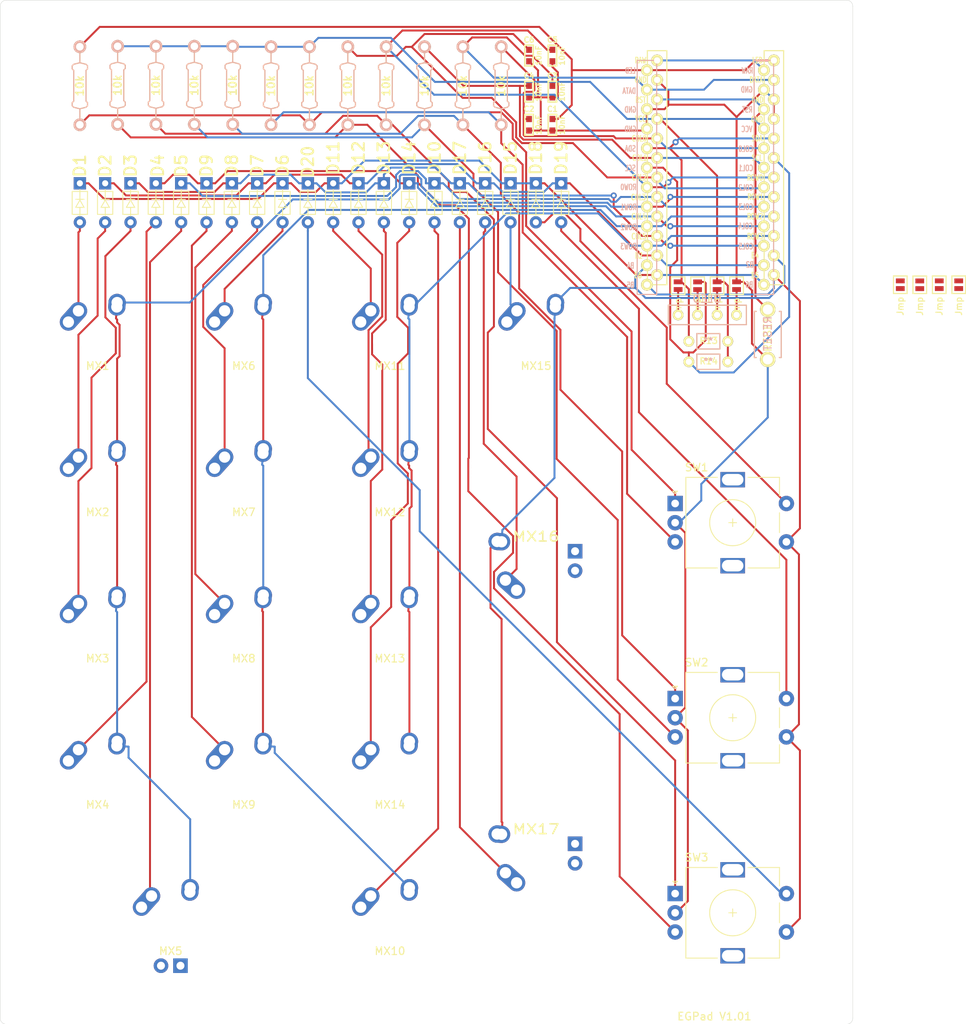
<source format=kicad_pcb>
(kicad_pcb (version 20171130) (host pcbnew "(5.1.10)-1")
  (layers (0 F.Cu signal) (31 B.Cu signal) (34 B.Paste user) (35 F.Paste user) (36 B.SilkS user) (37 F.SilkS user) (38 B.Mask user) (39 F.Mask user) (44 Edge.Cuts user))
  (net 0 "")
  (net 1 "Net-(D1-Pad2)")
  (net 2 ROW1)
  (net 3 "Net-(D2-Pad2)")
  (net 4 ROW2)
  (net 5 "Net-(D3-Pad2)")
  (net 6 ROW3)
  (net 7 "Net-(D6-Pad2)")
  (net 8 "Net-(D7-Pad2)")
  (net 9 "Net-(D11-Pad2)")
  (net 10 "Net-(D12-Pad2)")
  (net 11 "Net-(D13-Pad2)")
  (net 12 "Net-(D15-Pad2)")
  (net 13 "Net-(D17-Pad2)")
  (net 14 COL1)
  (net 15 A1)
  (net 16 GND)
  (net 17 B1)
  (net 18 A2)
  (net 19 B2)
  (net 20 A3)
  (net 21 B3)
  (net 22 "Net-(D4-Pad2)")
  (net 23 ROW4)
  (net 24 "Net-(D5-Pad2)")
  (net 25 ROW5)
  (net 26 "Net-(D8-Pad2)")
  (net 27 "Net-(D9-Pad2)")
  (net 28 "Net-(D10-Pad2)")
  (net 29 "Net-(D14-Pad2)")
  (net 30 "Net-(D16-Pad2)")
  (net 31 "Net-(D18-Pad2)")
  (net 32 "Net-(D19-Pad2)")
  (net 33 "Net-(D20-Pad2)")
  (net 34 COL2)
  (net 35 COL3)
  (net 36 COL4)
  (net 37 "Net-(R1-Pad2)")
  (net 38 "Net-(R2-Pad2)")
  (net 39 "Net-(R3-Pad2)")
  (net 40 "Net-(R10-Pad2)")
  (net 41 "Net-(R11-Pad2)")
  (net 42 "Net-(R12-Pad2)")
  (net 43 VCC)
  (net 44 COL5)
  (net 45 "Net-(U1-Pad24)")
  (net 46 "Net-(J1-Pad4)")
  (net 47 "Net-(J1-Pad3)")
  (net 48 "Net-(J1-Pad2)")
  (net 49 "Net-(J1-Pad1)")
  (net 50 SCL)
  (net 51 SDA)
  (net 52 reset)
  (module kbd:Jumper (layer F.Cu) (at 214.63 66.421 90)
    (fp_text reference JP1 hide)
    (fp_text value Jmp (at -2.794 0 90) (layer F.SilkS) (effects (font (size 0.8128 0.8128))))
    (pad 1 smd rect (at -0.50038 0 90) (size 0.635 1.143) (layers F.Cu F.Paste F.Mask) (clearance 0.1905))
    (pad 2 smd rect (at 0.50038 0 90) (size 0.635 1.143) (layers F.Cu F.Paste F.Mask) (clearance 0.1905))
  )
  (module kbd:Jumper (layer F.Cu) (at 207.01 66.421 90)
    (fp_text reference JP4 hide)
    (fp_text value Jmp (at -2.794 0 90) (layer F.SilkS) (effects (font (size 0.8128 0.8128))))
    (pad 1 smd rect (at -0.50038 0 90) (size 0.635 1.143) (layers F.Cu F.Paste F.Mask) (clearance 0.1905))
    (pad 2 smd rect (at 0.50038 0 90) (size 0.635 1.143) (layers F.Cu F.Paste F.Mask) (clearance 0.1905))
  )
  (module kbd:Jumper (layer F.Cu) (at 209.55 66.4286 90)
    (fp_text reference JP3 hide)
    (fp_text value Jmp (at -2.794 0 90) (layer F.SilkS) (effects (font (size 0.8128 0.8128))))
    (pad 1 smd rect (at -0.50038 0 90) (size 0.635 1.143) (layers F.Cu F.Paste F.Mask) (clearance 0.1905))
    (pad 2 smd rect (at 0.50038 0 90) (size 0.635 1.143) (layers F.Cu F.Paste F.Mask) (clearance 0.1905))
  )
  (module kbd:Jumper (layer F.Cu) (at 212.09 66.421 90)
    (fp_text reference JP2 hide)
    (fp_text value Jmp (at -2.794 0 90) (layer F.SilkS) (effects (font (size 0.8128 0.8128))))
    (pad 1 smd rect (at -0.50038 0 90) (size 0.635 1.143) (layers F.Cu F.Paste F.Mask) (clearance 0.1905))
    (pad 2 smd rect (at 0.50038 0 90) (size 0.635 1.143) (layers F.Cu F.Paste F.Mask) (clearance 0.1905))
  )
  (module kbd:M2_HOLE_v2 (layer F.Cu) (at 195.961 34.29)
    (fp_text reference Ref**1 hide)
    (fp_text value Val** hide)
    (pad "" np_thru_hole circle (at 0 0) (size 4.3 4.3) (drill 4.3) (layers *.Cu *.Mask))
  )
  (module kbd:M2_HOLE_v2 (layer F.Cu) (at 94.234 34.29)
    (fp_text reference Ref**2 hide)
    (fp_text value Val** hide)
    (pad "" np_thru_hole circle (at 0 0) (size 4.3 4.3) (drill 4.3) (layers *.Cu *.Mask))
  )
  (module kbd:M2_HOLE_v2 (layer F.Cu) (at 185.166 83.82)
    (fp_text reference Ref**3 hide)
    (fp_text value Val** hide)
    (pad "" np_thru_hole circle (at 0 0) (size 4.3 4.3) (drill 4.3) (layers *.Cu *.Mask))
  )
  (module kbd:M2_HOLE_v2 (layer F.Cu) (at 112.014 83.312)
    (fp_text reference Ref**4 hide)
    (fp_text value Val** hide)
    (pad "" np_thru_hole circle (at 0 0) (size 4.3 4.3) (drill 4.3) (layers *.Cu *.Mask))
  )
  (module kbd:M2_HOLE_v2 (layer F.Cu) (at 185.039 135.636)
    (fp_text reference Ref**6 hide)
    (fp_text value Val** hide)
    (pad "" np_thru_hole circle (at 0 0) (size 4.3 4.3) (drill 4.3) (layers *.Cu *.Mask))
  )
  (module kbd:M2_HOLE_v2 (layer F.Cu) (at 111.887 140.462)
    (fp_text reference Ref**5 hide)
    (fp_text value Val** hide)
    (pad "" np_thru_hole circle (at 0 0) (size 4.3 4.3) (drill 4.3) (layers *.Cu *.Mask))
  )
  (module kbd:ProMicro_v2 (layer F.Cu) (at 182.88 51.689)
    (fp_text reference U1 hide)
    (fp_text value ProMicro hide)
    (fp_text user "" (at -0.5 -17.25) (layer F.SilkS))
    (fp_text user "" (at -1.2065 -16.256) (layer B.SilkS) (effects (justify mirror)))
    (fp_text user RAW (at -9.7155 -14.478) (layer F.SilkS) (effects (font (size 0.75 0.5) (thickness 0.125))))
    (fp_text user LED (at 5.5 -14.478) (layer F.SilkS) (effects (font (size 0.75 0.5) (thickness 0.125))))
    (fp_text user GND (at -9.7155 -11.938) (layer F.SilkS) (effects (font (size 0.75 0.5) (thickness 0.125))))
    (fp_text user DATA (at 5.35 -11.95) (layer F.SilkS) (effects (font (size 0.75 0.5) (thickness 0.125))))
    (fp_text user RST (at -9.7155 -9.3345) (layer F.SilkS) (effects (font (size 0.75 0.5) (thickness 0.125))))
    (fp_text user GND (at 5.5245 -9.3345) (layer F.SilkS) (effects (font (size 0.75 0.5) (thickness 0.125))))
    (fp_text user VCC (at -9.7155 -6.858) (layer F.SilkS) (effects (font (size 0.75 0.5) (thickness 0.125))))
    (fp_text user GND (at 5.461 -6.7945) (layer F.SilkS) (effects (font (size 0.75 0.5) (thickness 0.125))))
    (fp_text user COL3 (at -10 3.35) (layer F.SilkS) (effects (font (size 0.75 0.5) (thickness 0.125))))
    (fp_text user ROW0 (at 5.2 0.8) (layer F.SilkS) (effects (font (size 0.75 0.5) (thickness 0.125))))
    (fp_text user COL2 (at -9.9 0.762) (layer F.SilkS) (effects (font (size 0.75 0.5) (thickness 0.125))))
    (fp_text user SCL (at 5.461 -1.778) (layer F.SilkS) (effects (font (size 0.75 0.5) (thickness 0.125))))
    (fp_text user COL1 (at -9.85 -1.778) (layer F.SilkS) (effects (font (size 0.75 0.5) (thickness 0.125))))
    (fp_text user SDA (at 5.461 -4.318) (layer F.SilkS) (effects (font (size 0.75 0.5) (thickness 0.125))))
    (fp_text user COL0 (at -9.9 -4.3) (layer F.SilkS) (effects (font (size 0.75 0.5) (thickness 0.125))))
    (fp_text user B6 (at -10.05 13.5) (layer F.SilkS) (effects (font (size 0.75 0.5) (thickness 0.125))))
    (fp_text user B5 (at 5.2 13.5255) (layer F.SilkS) (effects (font (size 0.75 0.5) (thickness 0.125))))
    (fp_text user B4 (at 5.2 10.922) (layer F.SilkS) (effects (font (size 0.75 0.5) (thickness 0.125))))
    (fp_text user B2 (at -9.95 10.95) (layer F.SilkS) (effects (font (size 0.75 0.5) (thickness 0.125))))
    (fp_text user ROW3 (at 5.2 8.4455) (layer F.SilkS) (effects (font (size 0.75 0.5) (thickness 0.125))))
    (fp_text user COL5 (at -9.95 8.4455) (layer F.SilkS) (effects (font (size 0.75 0.5) (thickness 0.125))))
    (fp_text user ROW2 (at 5.2 5.85) (layer F.SilkS) (effects (font (size 0.75 0.5) (thickness 0.125))))
    (fp_text user COL4 (at -9.95 5.85) (layer F.SilkS) (effects (font (size 0.75 0.5) (thickness 0.125))))
    (fp_text user ROW1 (at 5.25 3.302) (layer F.SilkS) (effects (font (size 0.75 0.5) (thickness 0.125))))
    (fp_text user ROW1 (at -11.3 4.6355) (layer B.SilkS) (effects (font (size 0.75 0.5) (thickness 0.125)) (justify mirror)))
    (fp_text user COL4 (at 3.95 7.112) (layer B.SilkS) (effects (font (size 0.75 0.5) (thickness 0.125)) (justify mirror)))
    (fp_text user ROW2 (at -11.3 7.239) (layer B.SilkS) (effects (font (size 0.75 0.5) (thickness 0.125)) (justify mirror)))
    (fp_text user COL5 (at 4 9.75) (layer B.SilkS) (effects (font (size 0.75 0.5) (thickness 0.125)) (justify mirror)))
    (fp_text user ROW3 (at -11.3 9.75) (layer B.SilkS) (effects (font (size 0.75 0.5) (thickness 0.125)) (justify mirror)))
    (fp_text user B2 (at 4.5085 12.1285) (layer B.SilkS) (effects (font (size 0.75 0.5) (thickness 0.125)) (justify mirror)))
    (fp_text user B4 (at -11.049 12.2555) (layer B.SilkS) (effects (font (size 0.75 0.5) (thickness 0.125)) (justify mirror)))
    (fp_text user B5 (at -11.049 14.7955) (layer B.SilkS) (effects (font (size 0.75 0.5) (thickness 0.125)) (justify mirror)))
    (fp_text user B6 (at 4.445 14.732) (layer B.SilkS) (effects (font (size 0.75 0.5) (thickness 0.125)) (justify mirror)))
    (fp_text user COL0 (at 4 -2.95) (layer B.SilkS) (effects (font (size 0.75 0.5) (thickness 0.125)) (justify mirror)))
    (fp_text user SDA (at -11.049 -2.9845) (layer B.SilkS) (effects (font (size 0.75 0.5) (thickness 0.125)) (justify mirror)))
    (fp_text user COL1 (at 4 -0.4445) (layer B.SilkS) (effects (font (size 0.75 0.5) (thickness 0.125)) (justify mirror)))
    (fp_text user SCL (at -11.049 -0.4445) (layer B.SilkS) (effects (font (size 0.75 0.5) (thickness 0.125)) (justify mirror)))
    (fp_text user COL2 (at 4 2.1) (layer B.SilkS) (effects (font (size 0.75 0.5) (thickness 0.125)) (justify mirror)))
    (fp_text user ROW0 (at -11.3 2.032) (layer B.SilkS) (effects (font (size 0.75 0.5) (thickness 0.125)) (justify mirror)))
    (fp_text user COL3 (at 4 4.6) (layer B.SilkS) (effects (font (size 0.75 0.5) (thickness 0.125)) (justify mirror)))
    (fp_text user GND (at -11.049 -5.5245) (layer B.SilkS) (effects (font (size 0.75 0.5) (thickness 0.125)) (justify mirror)))
    (fp_text user VCC (at 4.1275 -5.5245) (layer B.SilkS) (effects (font (size 0.75 0.5) (thickness 0.125)) (justify mirror)))
    (fp_text user GND (at -11.049 -8.0645) (layer B.SilkS) (effects (font (size 0.75 0.5) (thickness 0.125)) (justify mirror)))
    (fp_text user RST (at 4.191 -8.0645) (layer B.SilkS) (effects (font (size 0.75 0.5) (thickness 0.125)) (justify mirror)))
    (fp_text user DATA (at -11.2 -10.5) (layer B.SilkS) (effects (font (size 0.75 0.5) (thickness 0.125)) (justify mirror)))
    (fp_text user GND (at 4.1275 -10.668) (layer B.SilkS) (effects (font (size 0.75 0.5) (thickness 0.125)) (justify mirror)))
    (fp_text user LED (at -11.049 -13.1445) (layer B.SilkS) (effects (font (size 0.75 0.5) (thickness 0.125)) (justify mirror)))
    (fp_text user RAW (at 4.191 -13.1445) (layer B.SilkS) (effects (font (size 0.75 0.5) (thickness 0.125)) (justify mirror)))
    (pad 24 thru_hole circle (at 6.35 -13.208) (size 1.524 1.524) (drill 0.8128) (layers *.Cu *.Mask F.SilkS) (net 45 "Net-(U1-Pad24)"))
    (pad 23 thru_hole circle (at 6.35 -10.668) (size 1.524 1.524) (drill 0.8128) (layers *.Cu *.Mask F.SilkS) (net 16 GND))
    (pad 22 thru_hole circle (at 6.35 -8.128) (size 1.524 1.524) (drill 0.8128) (layers *.Cu *.Mask F.SilkS) (net 52 reset))
    (pad 21 thru_hole circle (at 6.35 -5.588) (size 1.524 1.524) (drill 0.8128) (layers *.Cu *.Mask F.SilkS) (net 43 VCC))
    (pad 20 thru_hole circle (at 6.35 -3.048) (size 1.524 1.524) (drill 0.8128) (layers *.Cu *.Mask F.SilkS) (net 17 B1))
    (pad 19 thru_hole circle (at 6.35 -0.508) (size 1.524 1.524) (drill 0.8128) (layers *.Cu *.Mask F.SilkS) (net 19 B2))
    (pad 18 thru_hole circle (at 6.35 2.032) (size 1.524 1.524) (drill 0.8128) (layers *.Cu *.Mask F.SilkS) (net 21 B3))
    (pad 17 thru_hole circle (at 6.35 4.572) (size 1.524 1.524) (drill 0.8128) (layers *.Cu *.Mask F.SilkS) (net 25 ROW5))
    (pad 16 thru_hole circle (at 6.35 7.112) (size 1.524 1.524) (drill 0.8128) (layers *.Cu *.Mask F.SilkS) (net 23 ROW4))
    (pad 15 thru_hole circle (at 6.35 9.652) (size 1.524 1.524) (drill 0.8128) (layers *.Cu *.Mask F.SilkS) (net 6 ROW3))
    (pad 14 thru_hole circle (at 6.35 12.192) (size 1.524 1.524) (drill 0.8128) (layers *.Cu *.Mask F.SilkS) (net 4 ROW2))
    (pad 13 thru_hole circle (at 6.35 14.732) (size 1.524 1.524) (drill 0.8128) (layers *.Cu *.Mask F.SilkS) (net 2 ROW1))
    (pad 12 thru_hole circle (at -8.89 14.732) (size 1.524 1.524) (drill 0.8128) (layers *.Cu *.Mask F.SilkS) (net 44 COL5))
    (pad 11 thru_hole circle (at -8.89 12.192) (size 1.524 1.524) (drill 0.8128) (layers *.Cu *.Mask F.SilkS) (net 36 COL4))
    (pad 10 thru_hole circle (at -8.89 9.652) (size 1.524 1.524) (drill 0.8128) (layers *.Cu *.Mask F.SilkS) (net 35 COL3))
    (pad 9 thru_hole circle (at -8.89 7.112) (size 1.524 1.524) (drill 0.8128) (layers *.Cu *.Mask F.SilkS) (net 34 COL2))
    (pad 8 thru_hole circle (at -8.89 4.572) (size 1.524 1.524) (drill 0.8128) (layers *.Cu *.Mask F.SilkS) (net 14 COL1))
    (pad 7 thru_hole circle (at -8.89 2.032) (size 1.524 1.524) (drill 0.8128) (layers *.Cu *.Mask F.SilkS) (net 20 A3))
    (pad 6 thru_hole circle (at -8.89 -0.508) (size 1.524 1.524) (drill 0.8128) (layers *.Cu *.Mask F.SilkS) (net 50 SCL))
    (pad 5 thru_hole circle (at -8.89 -3.048) (size 1.524 1.524) (drill 0.8128) (layers *.Cu *.Mask F.SilkS) (net 51 SDA))
    (pad 4 thru_hole circle (at -8.89 -5.588) (size 1.524 1.524) (drill 0.8128) (layers *.Cu *.Mask F.SilkS) (net 16 GND))
    (pad 3 thru_hole circle (at -8.89 -8.128) (size 1.524 1.524) (drill 0.8128) (layers *.Cu *.Mask F.SilkS) (net 16 GND))
    (pad 2 thru_hole circle (at -8.89 -10.668) (size 1.524 1.524) (drill 0.8128) (layers *.Cu *.Mask F.SilkS) (net 18 A2))
    (pad 1 thru_hole circle (at -8.89 -13.208) (size 1.524 1.524) (drill 0.8128) (layers *.Cu *.Mask F.SilkS) (net 15 A1))
    (pad 1 thru_hole circle (at 7.6564 -14.478) (size 1.524 1.524) (drill 0.8128) (layers *.Cu *.Mask F.SilkS) (net 15 A1))
    (pad 2 thru_hole circle (at 7.6564 -11.938) (size 1.524 1.524) (drill 0.8128) (layers *.Cu *.Mask F.SilkS) (net 18 A2))
    (pad 3 thru_hole circle (at 7.6564 -9.398) (size 1.524 1.524) (drill 0.8128) (layers *.Cu *.Mask F.SilkS) (net 16 GND))
    (pad 4 thru_hole circle (at 7.6564 -6.858) (size 1.524 1.524) (drill 0.8128) (layers *.Cu *.Mask F.SilkS) (net 16 GND))
    (pad 5 thru_hole circle (at 7.6564 -4.318) (size 1.524 1.524) (drill 0.8128) (layers *.Cu *.Mask F.SilkS) (net 51 SDA))
    (pad 6 thru_hole circle (at 7.6564 -1.778) (size 1.524 1.524) (drill 0.8128) (layers *.Cu *.Mask F.SilkS) (net 50 SCL))
    (pad 7 thru_hole circle (at 7.6564 0.762) (size 1.524 1.524) (drill 0.8128) (layers *.Cu *.Mask F.SilkS) (net 20 A3))
    (pad 8 thru_hole circle (at 7.6564 3.302) (size 1.524 1.524) (drill 0.8128) (layers *.Cu *.Mask F.SilkS) (net 14 COL1))
    (pad 9 thru_hole circle (at 7.6564 5.842) (size 1.524 1.524) (drill 0.8128) (layers *.Cu *.Mask F.SilkS) (net 34 COL2))
    (pad 10 thru_hole circle (at 7.6564 8.382) (size 1.524 1.524) (drill 0.8128) (layers *.Cu *.Mask F.SilkS) (net 35 COL3))
    (pad 11 thru_hole circle (at 7.6564 10.922) (size 1.524 1.524) (drill 0.8128) (layers *.Cu *.Mask F.SilkS) (net 36 COL4))
    (pad 12 thru_hole circle (at 7.6564 13.462) (size 1.524 1.524) (drill 0.8128) (layers *.Cu *.Mask F.SilkS) (net 44 COL5))
    (pad 13 thru_hole circle (at -7.5636 13.462) (size 1.524 1.524) (drill 0.8128) (layers *.Cu *.Mask F.SilkS) (net 2 ROW1))
    (pad 14 thru_hole circle (at -7.5636 10.922) (size 1.524 1.524) (drill 0.8128) (layers *.Cu *.Mask F.SilkS) (net 4 ROW2))
    (pad 15 thru_hole circle (at -7.5636 8.382) (size 1.524 1.524) (drill 0.8128) (layers *.Cu *.Mask F.SilkS) (net 6 ROW3))
    (pad 16 thru_hole circle (at -7.5636 5.842) (size 1.524 1.524) (drill 0.8128) (layers *.Cu *.Mask F.SilkS) (net 23 ROW4))
    (pad 17 thru_hole circle (at -7.5636 3.302) (size 1.524 1.524) (drill 0.8128) (layers *.Cu *.Mask F.SilkS) (net 25 ROW5))
    (pad 18 thru_hole circle (at -7.5636 0.762) (size 1.524 1.524) (drill 0.8128) (layers *.Cu *.Mask F.SilkS) (net 21 B3))
    (pad 19 thru_hole circle (at -7.5636 -1.778) (size 1.524 1.524) (drill 0.8128) (layers *.Cu *.Mask F.SilkS) (net 19 B2))
    (pad 20 thru_hole circle (at -7.5636 -4.318) (size 1.524 1.524) (drill 0.8128) (layers *.Cu *.Mask F.SilkS) (net 17 B1))
    (pad 21 thru_hole circle (at -7.5636 -6.858) (size 1.524 1.524) (drill 0.8128) (layers *.Cu *.Mask F.SilkS) (net 43 VCC))
    (pad 22 thru_hole circle (at -7.5636 -9.398) (size 1.524 1.524) (drill 0.8128) (layers *.Cu *.Mask F.SilkS) (net 52 reset))
    (pad 23 thru_hole circle (at -7.5636 -11.938) (size 1.524 1.524) (drill 0.8128) (layers *.Cu *.Mask F.SilkS) (net 16 GND))
    (pad 24 thru_hole circle (at -7.5636 -14.478) (size 1.524 1.524) (drill 0.8128) (layers *.Cu *.Mask F.SilkS) (net 45 "Net-(U1-Pad24)"))
  )
  (module kbd:ResetSW (layer F.Cu) (at 189.738 72.898 90)
    (fp_text reference RSW1 hide)
    (fp_text value SW_Push)
    (fp_text user RESET (at 0 0 90) (layer F.SilkS))
    (fp_text user RESET (at 0.127 0 90) (layer B.SilkS) (effects (justify mirror)))
    (pad 2 thru_hole circle (at -3.25 0 90) (size 2 2) (drill 1.3) (layers *.Cu *.Mask F.SilkS) (net 16 GND))
    (pad 1 thru_hole circle (at 3.25 0 90) (size 2 2) (drill 1.3) (layers *.Cu *.Mask F.SilkS) (net 52 reset))
  )
  (module kbd:R (layer F.Cu) (at 181.991 76.454)
    (fp_text reference R14 (at 0.05 -0.08) (layer F.SilkS) (effects (font (size 0.8128 0.8128))))
    (fp_text value R hide)
    (fp_text user ** (at 0 -0.0635) (layer B.SilkS) (effects (font (size 0.8128 0.8128)) (justify mirror)))
    (pad 2 thru_hole circle (at 2.54 0) (size 1.397 1.397) (drill 0.8128) (layers *.Cu *.Mask F.SilkS) (net 43 VCC))
    (pad 1 thru_hole circle (at -2.54 0) (size 1.397 1.397) (drill 0.8128) (layers *.Cu *.Mask F.SilkS) (net 50 SCL))
  )
  (module kbd:R (layer F.Cu) (at 181.991 73.787)
    (fp_text reference R13 (at 0.05 -0.08) (layer F.SilkS) (effects (font (size 0.8128 0.8128))))
    (fp_text value R hide)
    (fp_text user ** (at 0 -0.0635) (layer B.SilkS) (effects (font (size 0.8128 0.8128)) (justify mirror)))
    (pad 2 thru_hole circle (at 2.54 0) (size 1.397 1.397) (drill 0.8128) (layers *.Cu *.Mask F.SilkS) (net 43 VCC))
    (pad 1 thru_hole circle (at -2.54 0) (size 1.397 1.397) (drill 0.8128) (layers *.Cu *.Mask F.SilkS) (net 51 SDA))
  )
  (module kbd:Jumper (layer F.Cu) (at 178.054 66.548 90)
    (fp_text reference JP4 hide)
    (fp_text value Jmp (at -2.794 0 90) (layer F.SilkS) (effects (font (size 0.8128 0.8128))))
    (pad 2 smd rect (at 0.50038 0 90) (size 0.635 1.143) (layers F.Cu F.Paste F.Mask) (net 51 SDA) (clearance 0.1905))
    (pad 1 smd rect (at -0.50038 0 90) (size 0.635 1.143) (layers F.Cu F.Paste F.Mask) (net 49 "Net-(J1-Pad1)") (clearance 0.1905))
  )
  (module kbd:Jumper (layer F.Cu) (at 180.594 66.5556 90)
    (fp_text reference JP3 hide)
    (fp_text value Jmp (at -2.794 0 90) (layer F.SilkS) (effects (font (size 0.8128 0.8128))))
    (pad 2 smd rect (at 0.50038 0 90) (size 0.635 1.143) (layers F.Cu F.Paste F.Mask) (net 50 SCL) (clearance 0.1905))
    (pad 1 smd rect (at -0.50038 0 90) (size 0.635 1.143) (layers F.Cu F.Paste F.Mask) (net 48 "Net-(J1-Pad2)") (clearance 0.1905))
  )
  (module kbd:Jumper (layer F.Cu) (at 183.134 66.548 90)
    (fp_text reference JP2 hide)
    (fp_text value Jmp (at -2.794 0 90) (layer F.SilkS) (effects (font (size 0.8128 0.8128))))
    (pad 2 smd rect (at 0.50038 0 90) (size 0.635 1.143) (layers F.Cu F.Paste F.Mask) (net 43 VCC) (clearance 0.1905))
    (pad 1 smd rect (at -0.50038 0 90) (size 0.635 1.143) (layers F.Cu F.Paste F.Mask) (net 47 "Net-(J1-Pad3)") (clearance 0.1905))
  )
  (module kbd:Jumper (layer F.Cu) (at 185.674 66.548 90)
    (fp_text reference JP1 hide)
    (fp_text value Jmp (at -2.794 0 90) (layer F.SilkS) (effects (font (size 0.8128 0.8128))))
    (pad 2 smd rect (at 0.50038 0 90) (size 0.635 1.143) (layers F.Cu F.Paste F.Mask) (net 16 GND) (clearance 0.1905))
    (pad 1 smd rect (at -0.50038 0 90) (size 0.635 1.143) (layers F.Cu F.Paste F.Mask) (net 46 "Net-(J1-Pad4)") (clearance 0.1905))
  )
  (module kbd:OLED (layer F.Cu) (at 178.054 70.358)
    (fp_text reference J1)
    (fp_text value OLED hide)
    (fp_text user OLED (at 3.75 -2.1) (layer B.SilkS) (effects (justify mirror)))
    (fp_text user OLED (at 3.8 -2.1) (layer F.SilkS))
    (pad 4 thru_hole circle (at 7.62 0) (size 1.397 1.397) (drill 0.8128) (layers *.Cu *.Mask F.SilkS) (net 46 "Net-(J1-Pad4)"))
    (pad 3 thru_hole circle (at 5.08 0) (size 1.397 1.397) (drill 0.8128) (layers *.Cu *.Mask F.SilkS) (net 47 "Net-(J1-Pad3)"))
    (pad 2 thru_hole circle (at 2.54 0) (size 1.397 1.397) (drill 0.8128) (layers *.Cu *.Mask F.SilkS) (net 48 "Net-(J1-Pad2)"))
    (pad 1 thru_hole circle (at 0 0) (size 1.397 1.397) (drill 0.8128) (layers *.Cu *.Mask F.SilkS) (net 49 "Net-(J1-Pad1)"))
  )
  (module "MX Alps Hybrid Footprints:MX-1U-NoLED" (layer F.Cu) (at 159.544 73.8188)
    (fp_text reference MX15 (at 0 3.175) (layer F.SilkS))
    (fp_text value MX-NoLED)
    (pad "" np_thru_hole circle (at 5.08 0 48.0996) (size 1.75 1.75) (drill 1.75) (layers *.Cu *.Mask))
    (pad "" np_thru_hole circle (at -5.08 0 48.0996) (size 1.75 1.75) (drill 1.75) (layers *.Cu *.Mask))
    (pad 2 thru_hole circle (at -2.5 -4) (size 2.25 2.25) (drill 1.47) (layers *.Cu B.Mask) (net 12 "Net-(D15-Pad2)"))
    (pad "" np_thru_hole circle (at 0 0) (size 3.9878 3.9878) (drill 3.9878) (layers *.Cu *.Mask))
    (pad 2 thru_hole oval (at -3.81 -2.54 48) (size 4.211556 2.25) (drill 1.47 (offset 0.980778 0)) (layers *.Cu B.Mask) (net 12 "Net-(D15-Pad2)"))
    (pad 1 thru_hole circle (at 2.54 -5.08) (size 2.25 2.25) (drill 1.47) (layers *.Cu B.Mask) (net 36 COL4))
    (pad 1 thru_hole oval (at 2.5 -4.5 86) (size 2.831378 2.25) (drill 1.47 (offset 0.290689 0)) (layers *.Cu B.Mask) (net 36 COL4))
  )
  (module "MX Alps Hybrid Footprints:MX-2U" (layer F.Cu) (at 111.919 150.019)
    (fp_text reference MX5 (at 0 3.175) (layer F.SilkS))
    (fp_text value MX-NoLED)
    (pad 1 thru_hole oval (at 2.5 -4.5 86) (size 2.831378 2.25) (drill 1.47 (offset 0.290689 0)) (layers *.Cu B.Mask) (net 14 COL1))
    (pad 1 thru_hole circle (at 2.54 -5.08) (size 2.25 2.25) (drill 1.47) (layers *.Cu B.Mask) (net 14 COL1))
    (pad 2 thru_hole oval (at -3.81 -2.54 48) (size 4.211556 2.25) (drill 1.47 (offset 0.980778 0)) (layers *.Cu B.Mask) (net 24 "Net-(D5-Pad2)"))
    (pad "" np_thru_hole circle (at 0 0) (size 3.9878 3.9878) (drill 3.9878) (layers *.Cu *.Mask))
    (pad 2 thru_hole circle (at -2.5 -4) (size 2.25 2.25) (drill 1.47) (layers *.Cu B.Mask) (net 24 "Net-(D5-Pad2)"))
    (pad 3 thru_hole circle (at -1.27 5.08) (size 1.905 1.905) (drill 1.04) (layers *.Cu B.Mask))
    (pad 4 thru_hole rect (at 1.27 5.08) (size 1.905 1.905) (drill 1.04) (layers *.Cu B.Mask))
    (pad "" np_thru_hole circle (at -5.08 0 48.0996) (size 1.75 1.75) (drill 1.75) (layers *.Cu *.Mask))
    (pad "" np_thru_hole circle (at 5.08 0 48.0996) (size 1.75 1.75) (drill 1.75) (layers *.Cu *.Mask))
    (pad "" np_thru_hole circle (at -11.938 -6.985) (size 3.048 3.048) (drill 3.048) (layers *.Cu *.Mask))
    (pad "" np_thru_hole circle (at 11.938 -6.985) (size 3.048 3.048) (drill 3.048) (layers *.Cu *.Mask))
    (pad "" np_thru_hole circle (at -11.938 8.255) (size 3.9878 3.9878) (drill 3.9878) (layers *.Cu *.Mask))
    (pad "" np_thru_hole circle (at 11.938 8.255) (size 3.9878 3.9878) (drill 3.9878) (layers *.Cu *.Mask))
  )
  (module "MX Alps Hybrid Footprints:MX-2U" (layer F.Cu) (at 159.544 140.494 90)
    (fp_text reference MX17 (at 3.175 0) (layer F.SilkS) (effects (font (size 1.27 1.524) (thickness 0.2032))))
    (fp_text value MX-NoLED hide)
    (pad 1 thru_hole oval (at 2.5 -4.5 176) (size 2.831378 2.25) (drill 1.47 (offset 0.290689 0)) (layers *.Cu B.Mask) (net 36 COL4))
    (pad 1 thru_hole circle (at 2.54 -5.08 90) (size 2.25 2.25) (drill 1.47) (layers *.Cu B.Mask) (net 36 COL4))
    (pad 2 thru_hole oval (at -3.81 -2.54 138) (size 4.211556 2.25) (drill 1.47 (offset 0.980778 0)) (layers *.Cu B.Mask) (net 13 "Net-(D17-Pad2)"))
    (pad "" np_thru_hole circle (at 0 0 90) (size 3.9878 3.9878) (drill 3.9878) (layers *.Cu *.Mask))
    (pad 2 thru_hole circle (at -2.5 -4 90) (size 2.25 2.25) (drill 1.47) (layers *.Cu B.Mask) (net 13 "Net-(D17-Pad2)"))
    (pad 3 thru_hole circle (at -1.27 5.08 90) (size 1.905 1.905) (drill 1.04) (layers *.Cu B.Mask))
    (pad 4 thru_hole rect (at 1.27 5.08 90) (size 1.905 1.905) (drill 1.04) (layers *.Cu B.Mask))
    (pad "" np_thru_hole circle (at -5.08 0 138.0996) (size 1.75 1.75) (drill 1.75) (layers *.Cu *.Mask))
    (pad "" np_thru_hole circle (at 5.08 0 138.0996) (size 1.75 1.75) (drill 1.75) (layers *.Cu *.Mask))
    (pad "" np_thru_hole circle (at -11.938 -6.985 90) (size 3.048 3.048) (drill 3.048) (layers *.Cu *.Mask))
    (pad "" np_thru_hole circle (at 11.938 -6.985 90) (size 3.048 3.048) (drill 3.048) (layers *.Cu *.Mask))
    (pad "" np_thru_hole circle (at -11.938 8.255 90) (size 3.9878 3.9878) (drill 3.9878) (layers *.Cu *.Mask))
    (pad "" np_thru_hole circle (at 11.938 8.255 90) (size 3.9878 3.9878) (drill 3.9878) (layers *.Cu *.Mask))
  )
  (module "MX Alps Hybrid Footprints:MX-2U" (layer F.Cu) (at 159.544 102.394 90)
    (fp_text reference MX16 (at 3.175 0) (layer F.SilkS) (effects (font (size 1.27 1.524) (thickness 0.2032))))
    (fp_text value MX-NoLED hide)
    (pad 1 thru_hole oval (at 2.5 -4.5 176) (size 2.831378 2.25) (drill 1.47 (offset 0.290689 0)) (layers *.Cu B.Mask) (net 36 COL4))
    (pad 1 thru_hole circle (at 2.54 -5.08 90) (size 2.25 2.25) (drill 1.47) (layers *.Cu B.Mask) (net 36 COL4))
    (pad 2 thru_hole oval (at -3.81 -2.54 138) (size 4.211556 2.25) (drill 1.47 (offset 0.980778 0)) (layers *.Cu B.Mask) (net 30 "Net-(D16-Pad2)"))
    (pad "" np_thru_hole circle (at 0 0 90) (size 3.9878 3.9878) (drill 3.9878) (layers *.Cu *.Mask))
    (pad 2 thru_hole circle (at -2.5 -4 90) (size 2.25 2.25) (drill 1.47) (layers *.Cu B.Mask) (net 30 "Net-(D16-Pad2)"))
    (pad 3 thru_hole circle (at -1.27 5.08 90) (size 1.905 1.905) (drill 1.04) (layers *.Cu B.Mask))
    (pad 4 thru_hole rect (at 1.27 5.08 90) (size 1.905 1.905) (drill 1.04) (layers *.Cu B.Mask))
    (pad "" np_thru_hole circle (at -5.08 0 138.0996) (size 1.75 1.75) (drill 1.75) (layers *.Cu *.Mask))
    (pad "" np_thru_hole circle (at 5.08 0 138.0996) (size 1.75 1.75) (drill 1.75) (layers *.Cu *.Mask))
    (pad "" np_thru_hole circle (at -11.938 -6.985 90) (size 3.048 3.048) (drill 3.048) (layers *.Cu *.Mask))
    (pad "" np_thru_hole circle (at 11.938 -6.985 90) (size 3.048 3.048) (drill 3.048) (layers *.Cu *.Mask))
    (pad "" np_thru_hole circle (at -11.938 8.255 90) (size 3.9878 3.9878) (drill 3.9878) (layers *.Cu *.Mask))
    (pad "" np_thru_hole circle (at 11.938 8.255 90) (size 3.9878 3.9878) (drill 3.9878) (layers *.Cu *.Mask))
  )
  (module "MX Alps Hybrid Footprints:MX-1U-NoLED" (layer F.Cu) (at 140.494 73.8188)
    (fp_text reference MX11 (at 0 3.175) (layer F.SilkS))
    (fp_text value MX-NoLED)
    (pad "" np_thru_hole circle (at 5.08 0 48.0996) (size 1.75 1.75) (drill 1.75) (layers *.Cu *.Mask))
    (pad "" np_thru_hole circle (at -5.08 0 48.0996) (size 1.75 1.75) (drill 1.75) (layers *.Cu *.Mask))
    (pad 2 thru_hole circle (at -2.5 -4) (size 2.25 2.25) (drill 1.47) (layers *.Cu B.Mask) (net 9 "Net-(D11-Pad2)"))
    (pad "" np_thru_hole circle (at 0 0) (size 3.9878 3.9878) (drill 3.9878) (layers *.Cu *.Mask))
    (pad 2 thru_hole oval (at -3.81 -2.54 48) (size 4.211556 2.25) (drill 1.47 (offset 0.980778 0)) (layers *.Cu B.Mask) (net 9 "Net-(D11-Pad2)"))
    (pad 1 thru_hole circle (at 2.54 -5.08) (size 2.25 2.25) (drill 1.47) (layers *.Cu B.Mask) (net 35 COL3))
    (pad 1 thru_hole oval (at 2.5 -4.5 86) (size 2.831378 2.25) (drill 1.47 (offset 0.290689 0)) (layers *.Cu B.Mask) (net 35 COL3))
  )
  (module "MX Alps Hybrid Footprints:MX-1U-NoLED" (layer F.Cu) (at 121.444 111.919)
    (fp_text reference MX8 (at 0 3.175) (layer F.SilkS))
    (fp_text value MX-NoLED)
    (pad "" np_thru_hole circle (at 5.08 0 48.0996) (size 1.75 1.75) (drill 1.75) (layers *.Cu *.Mask))
    (pad "" np_thru_hole circle (at -5.08 0 48.0996) (size 1.75 1.75) (drill 1.75) (layers *.Cu *.Mask))
    (pad 2 thru_hole circle (at -2.5 -4) (size 2.25 2.25) (drill 1.47) (layers *.Cu B.Mask) (net 26 "Net-(D8-Pad2)"))
    (pad "" np_thru_hole circle (at 0 0) (size 3.9878 3.9878) (drill 3.9878) (layers *.Cu *.Mask))
    (pad 2 thru_hole oval (at -3.81 -2.54 48) (size 4.211556 2.25) (drill 1.47 (offset 0.980778 0)) (layers *.Cu B.Mask) (net 26 "Net-(D8-Pad2)"))
    (pad 1 thru_hole circle (at 2.54 -5.08) (size 2.25 2.25) (drill 1.47) (layers *.Cu B.Mask) (net 34 COL2))
    (pad 1 thru_hole oval (at 2.5 -4.5 86) (size 2.831378 2.25) (drill 1.47 (offset 0.290689 0)) (layers *.Cu B.Mask) (net 34 COL2))
  )
  (module "MX Alps Hybrid Footprints:MX-1U-NoLED" (layer F.Cu) (at 102.394 130.969)
    (fp_text reference MX4 (at 0 3.175) (layer F.SilkS))
    (fp_text value MX-NoLED)
    (pad "" np_thru_hole circle (at 5.08 0 48.0996) (size 1.75 1.75) (drill 1.75) (layers *.Cu *.Mask))
    (pad "" np_thru_hole circle (at -5.08 0 48.0996) (size 1.75 1.75) (drill 1.75) (layers *.Cu *.Mask))
    (pad 2 thru_hole circle (at -2.5 -4) (size 2.25 2.25) (drill 1.47) (layers *.Cu B.Mask) (net 22 "Net-(D4-Pad2)"))
    (pad "" np_thru_hole circle (at 0 0) (size 3.9878 3.9878) (drill 3.9878) (layers *.Cu *.Mask))
    (pad 2 thru_hole oval (at -3.81 -2.54 48) (size 4.211556 2.25) (drill 1.47 (offset 0.980778 0)) (layers *.Cu B.Mask) (net 22 "Net-(D4-Pad2)"))
    (pad 1 thru_hole circle (at 2.54 -5.08) (size 2.25 2.25) (drill 1.47) (layers *.Cu B.Mask) (net 14 COL1))
    (pad 1 thru_hole oval (at 2.5 -4.5 86) (size 2.831378 2.25) (drill 1.47 (offset 0.290689 0)) (layers *.Cu B.Mask) (net 14 COL1))
  )
  (module "MX Alps Hybrid Footprints:MX-1U-NoLED" (layer F.Cu) (at 140.494 130.969)
    (fp_text reference MX14 (at 0 3.175) (layer F.SilkS))
    (fp_text value MX-NoLED)
    (pad "" np_thru_hole circle (at 5.08 0 48.0996) (size 1.75 1.75) (drill 1.75) (layers *.Cu *.Mask))
    (pad "" np_thru_hole circle (at -5.08 0 48.0996) (size 1.75 1.75) (drill 1.75) (layers *.Cu *.Mask))
    (pad 2 thru_hole circle (at -2.5 -4) (size 2.25 2.25) (drill 1.47) (layers *.Cu B.Mask) (net 29 "Net-(D14-Pad2)"))
    (pad "" np_thru_hole circle (at 0 0) (size 3.9878 3.9878) (drill 3.9878) (layers *.Cu *.Mask))
    (pad 2 thru_hole oval (at -3.81 -2.54 48) (size 4.211556 2.25) (drill 1.47 (offset 0.980778 0)) (layers *.Cu B.Mask) (net 29 "Net-(D14-Pad2)"))
    (pad 1 thru_hole circle (at 2.54 -5.08) (size 2.25 2.25) (drill 1.47) (layers *.Cu B.Mask) (net 35 COL3))
    (pad 1 thru_hole oval (at 2.5 -4.5 86) (size 2.831378 2.25) (drill 1.47 (offset 0.290689 0)) (layers *.Cu B.Mask) (net 35 COL3))
  )
  (module "MX Alps Hybrid Footprints:MX-1U-NoLED" (layer F.Cu) (at 140.494 111.919)
    (fp_text reference MX13 (at 0 3.175) (layer F.SilkS))
    (fp_text value MX-NoLED)
    (pad "" np_thru_hole circle (at 5.08 0 48.0996) (size 1.75 1.75) (drill 1.75) (layers *.Cu *.Mask))
    (pad "" np_thru_hole circle (at -5.08 0 48.0996) (size 1.75 1.75) (drill 1.75) (layers *.Cu *.Mask))
    (pad 2 thru_hole circle (at -2.5 -4) (size 2.25 2.25) (drill 1.47) (layers *.Cu B.Mask) (net 11 "Net-(D13-Pad2)"))
    (pad "" np_thru_hole circle (at 0 0) (size 3.9878 3.9878) (drill 3.9878) (layers *.Cu *.Mask))
    (pad 2 thru_hole oval (at -3.81 -2.54 48) (size 4.211556 2.25) (drill 1.47 (offset 0.980778 0)) (layers *.Cu B.Mask) (net 11 "Net-(D13-Pad2)"))
    (pad 1 thru_hole circle (at 2.54 -5.08) (size 2.25 2.25) (drill 1.47) (layers *.Cu B.Mask) (net 35 COL3))
    (pad 1 thru_hole oval (at 2.5 -4.5 86) (size 2.831378 2.25) (drill 1.47 (offset 0.290689 0)) (layers *.Cu B.Mask) (net 35 COL3))
  )
  (module "MX Alps Hybrid Footprints:MX-1U-NoLED" (layer F.Cu) (at 140.494 92.8688)
    (fp_text reference MX12 (at 0 3.175) (layer F.SilkS))
    (fp_text value MX-NoLED)
    (pad "" np_thru_hole circle (at 5.08 0 48.0996) (size 1.75 1.75) (drill 1.75) (layers *.Cu *.Mask))
    (pad "" np_thru_hole circle (at -5.08 0 48.0996) (size 1.75 1.75) (drill 1.75) (layers *.Cu *.Mask))
    (pad 2 thru_hole circle (at -2.5 -4) (size 2.25 2.25) (drill 1.47) (layers *.Cu B.Mask) (net 10 "Net-(D12-Pad2)"))
    (pad "" np_thru_hole circle (at 0 0) (size 3.9878 3.9878) (drill 3.9878) (layers *.Cu *.Mask))
    (pad 2 thru_hole oval (at -3.81 -2.54 48) (size 4.211556 2.25) (drill 1.47 (offset 0.980778 0)) (layers *.Cu B.Mask) (net 10 "Net-(D12-Pad2)"))
    (pad 1 thru_hole circle (at 2.54 -5.08) (size 2.25 2.25) (drill 1.47) (layers *.Cu B.Mask) (net 35 COL3))
    (pad 1 thru_hole oval (at 2.5 -4.5 86) (size 2.831378 2.25) (drill 1.47 (offset 0.290689 0)) (layers *.Cu B.Mask) (net 35 COL3))
  )
  (module "MX Alps Hybrid Footprints:MX-1U-NoLED" (layer F.Cu) (at 140.494 150.019)
    (fp_text reference MX10 (at 0 3.175) (layer F.SilkS))
    (fp_text value MX-NoLED)
    (pad "" np_thru_hole circle (at 5.08 0 48.0996) (size 1.75 1.75) (drill 1.75) (layers *.Cu *.Mask))
    (pad "" np_thru_hole circle (at -5.08 0 48.0996) (size 1.75 1.75) (drill 1.75) (layers *.Cu *.Mask))
    (pad 2 thru_hole circle (at -2.5 -4) (size 2.25 2.25) (drill 1.47) (layers *.Cu B.Mask) (net 28 "Net-(D10-Pad2)"))
    (pad "" np_thru_hole circle (at 0 0) (size 3.9878 3.9878) (drill 3.9878) (layers *.Cu *.Mask))
    (pad 2 thru_hole oval (at -3.81 -2.54 48) (size 4.211556 2.25) (drill 1.47 (offset 0.980778 0)) (layers *.Cu B.Mask) (net 28 "Net-(D10-Pad2)"))
    (pad 1 thru_hole circle (at 2.54 -5.08) (size 2.25 2.25) (drill 1.47) (layers *.Cu B.Mask) (net 34 COL2))
    (pad 1 thru_hole oval (at 2.5 -4.5 86) (size 2.831378 2.25) (drill 1.47 (offset 0.290689 0)) (layers *.Cu B.Mask) (net 34 COL2))
  )
  (module "MX Alps Hybrid Footprints:MX-1U-NoLED" (layer F.Cu) (at 121.444 130.969)
    (fp_text reference MX9 (at 0 3.175) (layer F.SilkS))
    (fp_text value MX-NoLED)
    (pad "" np_thru_hole circle (at 5.08 0 48.0996) (size 1.75 1.75) (drill 1.75) (layers *.Cu *.Mask))
    (pad "" np_thru_hole circle (at -5.08 0 48.0996) (size 1.75 1.75) (drill 1.75) (layers *.Cu *.Mask))
    (pad 2 thru_hole circle (at -2.5 -4) (size 2.25 2.25) (drill 1.47) (layers *.Cu B.Mask) (net 27 "Net-(D9-Pad2)"))
    (pad "" np_thru_hole circle (at 0 0) (size 3.9878 3.9878) (drill 3.9878) (layers *.Cu *.Mask))
    (pad 2 thru_hole oval (at -3.81 -2.54 48) (size 4.211556 2.25) (drill 1.47 (offset 0.980778 0)) (layers *.Cu B.Mask) (net 27 "Net-(D9-Pad2)"))
    (pad 1 thru_hole circle (at 2.54 -5.08) (size 2.25 2.25) (drill 1.47) (layers *.Cu B.Mask) (net 34 COL2))
    (pad 1 thru_hole oval (at 2.5 -4.5 86) (size 2.831378 2.25) (drill 1.47 (offset 0.290689 0)) (layers *.Cu B.Mask) (net 34 COL2))
  )
  (module "MX Alps Hybrid Footprints:MX-1U-NoLED" (layer F.Cu) (at 121.444 92.8688)
    (fp_text reference MX7 (at 0 3.175) (layer F.SilkS))
    (fp_text value MX-NoLED)
    (pad "" np_thru_hole circle (at 5.08 0 48.0996) (size 1.75 1.75) (drill 1.75) (layers *.Cu *.Mask))
    (pad "" np_thru_hole circle (at -5.08 0 48.0996) (size 1.75 1.75) (drill 1.75) (layers *.Cu *.Mask))
    (pad 2 thru_hole circle (at -2.5 -4) (size 2.25 2.25) (drill 1.47) (layers *.Cu B.Mask) (net 8 "Net-(D7-Pad2)"))
    (pad "" np_thru_hole circle (at 0 0) (size 3.9878 3.9878) (drill 3.9878) (layers *.Cu *.Mask))
    (pad 2 thru_hole oval (at -3.81 -2.54 48) (size 4.211556 2.25) (drill 1.47 (offset 0.980778 0)) (layers *.Cu B.Mask) (net 8 "Net-(D7-Pad2)"))
    (pad 1 thru_hole circle (at 2.54 -5.08) (size 2.25 2.25) (drill 1.47) (layers *.Cu B.Mask) (net 34 COL2))
    (pad 1 thru_hole oval (at 2.5 -4.5 86) (size 2.831378 2.25) (drill 1.47 (offset 0.290689 0)) (layers *.Cu B.Mask) (net 34 COL2))
  )
  (module "MX Alps Hybrid Footprints:MX-1U-NoLED" (layer F.Cu) (at 121.444 73.8188)
    (fp_text reference MX6 (at 0 3.175) (layer F.SilkS))
    (fp_text value MX-NoLED)
    (pad "" np_thru_hole circle (at 5.08 0 48.0996) (size 1.75 1.75) (drill 1.75) (layers *.Cu *.Mask))
    (pad "" np_thru_hole circle (at -5.08 0 48.0996) (size 1.75 1.75) (drill 1.75) (layers *.Cu *.Mask))
    (pad 2 thru_hole circle (at -2.5 -4) (size 2.25 2.25) (drill 1.47) (layers *.Cu B.Mask) (net 7 "Net-(D6-Pad2)"))
    (pad "" np_thru_hole circle (at 0 0) (size 3.9878 3.9878) (drill 3.9878) (layers *.Cu *.Mask))
    (pad 2 thru_hole oval (at -3.81 -2.54 48) (size 4.211556 2.25) (drill 1.47 (offset 0.980778 0)) (layers *.Cu B.Mask) (net 7 "Net-(D6-Pad2)"))
    (pad 1 thru_hole circle (at 2.54 -5.08) (size 2.25 2.25) (drill 1.47) (layers *.Cu B.Mask) (net 34 COL2))
    (pad 1 thru_hole oval (at 2.5 -4.5 86) (size 2.831378 2.25) (drill 1.47 (offset 0.290689 0)) (layers *.Cu B.Mask) (net 34 COL2))
  )
  (module "MX Alps Hybrid Footprints:MX-1U-NoLED" (layer F.Cu) (at 102.394 111.919)
    (fp_text reference MX3 (at 0 3.175) (layer F.SilkS))
    (fp_text value MX-NoLED)
    (pad "" np_thru_hole circle (at 5.08 0 48.0996) (size 1.75 1.75) (drill 1.75) (layers *.Cu *.Mask))
    (pad "" np_thru_hole circle (at -5.08 0 48.0996) (size 1.75 1.75) (drill 1.75) (layers *.Cu *.Mask))
    (pad 2 thru_hole circle (at -2.5 -4) (size 2.25 2.25) (drill 1.47) (layers *.Cu B.Mask) (net 5 "Net-(D3-Pad2)"))
    (pad "" np_thru_hole circle (at 0 0) (size 3.9878 3.9878) (drill 3.9878) (layers *.Cu *.Mask))
    (pad 2 thru_hole oval (at -3.81 -2.54 48) (size 4.211556 2.25) (drill 1.47 (offset 0.980778 0)) (layers *.Cu B.Mask) (net 5 "Net-(D3-Pad2)"))
    (pad 1 thru_hole circle (at 2.54 -5.08) (size 2.25 2.25) (drill 1.47) (layers *.Cu B.Mask) (net 14 COL1))
    (pad 1 thru_hole oval (at 2.5 -4.5 86) (size 2.831378 2.25) (drill 1.47 (offset 0.290689 0)) (layers *.Cu B.Mask) (net 14 COL1))
  )
  (module "MX Alps Hybrid Footprints:MX-1U-NoLED" (layer F.Cu) (at 102.394 92.8688)
    (fp_text reference MX2 (at 0 3.175) (layer F.SilkS))
    (fp_text value MX-NoLED)
    (pad "" np_thru_hole circle (at 5.08 0 48.0996) (size 1.75 1.75) (drill 1.75) (layers *.Cu *.Mask))
    (pad "" np_thru_hole circle (at -5.08 0 48.0996) (size 1.75 1.75) (drill 1.75) (layers *.Cu *.Mask))
    (pad 2 thru_hole circle (at -2.5 -4) (size 2.25 2.25) (drill 1.47) (layers *.Cu B.Mask) (net 3 "Net-(D2-Pad2)"))
    (pad "" np_thru_hole circle (at 0 0) (size 3.9878 3.9878) (drill 3.9878) (layers *.Cu *.Mask))
    (pad 2 thru_hole oval (at -3.81 -2.54 48) (size 4.211556 2.25) (drill 1.47 (offset 0.980778 0)) (layers *.Cu B.Mask) (net 3 "Net-(D2-Pad2)"))
    (pad 1 thru_hole circle (at 2.54 -5.08) (size 2.25 2.25) (drill 1.47) (layers *.Cu B.Mask) (net 14 COL1))
    (pad 1 thru_hole oval (at 2.5 -4.5 86) (size 2.831378 2.25) (drill 1.47 (offset 0.290689 0)) (layers *.Cu B.Mask) (net 14 COL1))
  )
  (module "MX Alps Hybrid Footprints:MX-1U-NoLED" (layer F.Cu) (at 102.394 73.8188)
    (fp_text reference MX1 (at 0 3.175) (layer F.SilkS))
    (fp_text value MX-NoLED)
    (pad "" np_thru_hole circle (at 5.08 0 48.0996) (size 1.75 1.75) (drill 1.75) (layers *.Cu *.Mask))
    (pad "" np_thru_hole circle (at -5.08 0 48.0996) (size 1.75 1.75) (drill 1.75) (layers *.Cu *.Mask))
    (pad 2 thru_hole circle (at -2.5 -4) (size 2.25 2.25) (drill 1.47) (layers *.Cu B.Mask) (net 1 "Net-(D1-Pad2)"))
    (pad "" np_thru_hole circle (at 0 0) (size 3.9878 3.9878) (drill 3.9878) (layers *.Cu *.Mask))
    (pad 2 thru_hole oval (at -3.81 -2.54 48) (size 4.211556 2.25) (drill 1.47 (offset 0.980778 0)) (layers *.Cu B.Mask) (net 1 "Net-(D1-Pad2)"))
    (pad 1 thru_hole circle (at 2.54 -5.08) (size 2.25 2.25) (drill 1.47) (layers *.Cu B.Mask) (net 14 COL1))
    (pad 1 thru_hole oval (at 2.5 -4.5 86) (size 2.831378 2.25) (drill 1.47 (offset 0.290689 0)) (layers *.Cu B.Mask) (net 14 COL1))
  )
  (module "Keebio Footprints:D_DO-35_SOD27_P5.08mm_Horizontal" (layer F.Cu) (at 129.794 51.943 270)
    (fp_text reference D20 (at -1.524 0 270) (layer F.SilkS) (effects (font (size 1.524 1.4224) (thickness 0.254))))
    (fp_text value D_Small hide)
    (pad 1 thru_hole rect (at 1.27 0 270) (size 1.6 1.6) (drill 0.8) (layers *.Cu *.Mask) (net 6 ROW3))
    (pad 2 thru_hole oval (at 6.35 0 270) (size 1.6 1.6) (drill 0.8) (layers *.Cu *.Mask) (net 33 "Net-(D20-Pad2)"))
  )
  (module "Keebio Footprints:D_DO-35_SOD27_P5.08mm_Horizontal" (layer F.Cu) (at 162.814 51.943 270)
    (fp_text reference D19 (at -2.032 0 90) (layer F.SilkS) (effects (font (size 1.524 1.524) (thickness 0.254))))
    (fp_text value D_Small hide)
    (pad 1 thru_hole rect (at 1.27 0 270) (size 1.6 1.6) (drill 0.8) (layers *.Cu *.Mask) (net 4 ROW2))
    (pad 2 thru_hole oval (at 6.35 0 270) (size 1.6 1.6) (drill 0.8) (layers *.Cu *.Mask) (net 32 "Net-(D19-Pad2)"))
  )
  (module "Keebio Footprints:D_DO-35_SOD27_P5.08mm_Horizontal" (layer F.Cu) (at 159.512 51.943 270)
    (fp_text reference D18 (at -2.032 0 90) (layer F.SilkS) (effects (font (size 1.524 1.524) (thickness 0.254))))
    (fp_text value D_Small hide)
    (pad 1 thru_hole rect (at 1.27 0 270) (size 1.6 1.6) (drill 0.8) (layers *.Cu *.Mask) (net 2 ROW1))
    (pad 2 thru_hole oval (at 6.35 0 270) (size 1.6 1.6) (drill 0.8) (layers *.Cu *.Mask) (net 31 "Net-(D18-Pad2)"))
  )
  (module "Keebio Footprints:D_DO-35_SOD27_P5.08mm_Horizontal" (layer F.Cu) (at 149.606 51.943 270)
    (fp_text reference D17 (at -2.032 0 90) (layer F.SilkS) (effects (font (size 1.524 1.524) (thickness 0.254))))
    (fp_text value D_Small hide)
    (pad 1 thru_hole rect (at 1.27 0 270) (size 1.6 1.6) (drill 0.8) (layers *.Cu *.Mask) (net 6 ROW3))
    (pad 2 thru_hole oval (at 6.35 0 270) (size 1.6 1.6) (drill 0.8) (layers *.Cu *.Mask) (net 13 "Net-(D17-Pad2)"))
  )
  (module "Keebio Footprints:D_DO-35_SOD27_P5.08mm_Horizontal" (layer F.Cu) (at 152.908 51.943 270)
    (fp_text reference D16 (at -2.032 0 90) (layer F.SilkS) (effects (font (size 1.524 1.524) (thickness 0.254))))
    (fp_text value D_Small hide)
    (pad 1 thru_hole rect (at 1.27 0 270) (size 1.6 1.6) (drill 0.8) (layers *.Cu *.Mask) (net 4 ROW2))
    (pad 2 thru_hole oval (at 6.35 0 270) (size 1.6 1.6) (drill 0.8) (layers *.Cu *.Mask) (net 30 "Net-(D16-Pad2)"))
  )
  (module "Keebio Footprints:D_DO-35_SOD27_P5.08mm_Horizontal" (layer F.Cu) (at 156.21 51.943 270)
    (fp_text reference D15 (at -2.032 0 90) (layer F.SilkS) (effects (font (size 1.524 1.524) (thickness 0.254))))
    (fp_text value D_Small hide)
    (pad 1 thru_hole rect (at 1.27 0 270) (size 1.6 1.6) (drill 0.8) (layers *.Cu *.Mask) (net 2 ROW1))
    (pad 2 thru_hole oval (at 6.35 0 270) (size 1.6 1.6) (drill 0.8) (layers *.Cu *.Mask) (net 12 "Net-(D15-Pad2)"))
  )
  (module "Keebio Footprints:D_DO-35_SOD27_P5.08mm_Horizontal" (layer F.Cu) (at 143.002 51.943 270)
    (fp_text reference D14 (at -2.032 0 90) (layer F.SilkS) (effects (font (size 1.524 1.524) (thickness 0.254))))
    (fp_text value D_Small hide)
    (pad 2 thru_hole oval (at 6.35 0 270) (size 1.6 1.6) (drill 0.8) (layers *.Cu *.Mask) (net 29 "Net-(D14-Pad2)"))
    (pad 1 thru_hole rect (at 1.27 0 270) (size 1.6 1.6) (drill 0.8) (layers *.Cu *.Mask) (net 23 ROW4))
  )
  (module "Keebio Footprints:D_DO-35_SOD27_P5.08mm_Horizontal" (layer F.Cu) (at 139.7 51.943 270)
    (fp_text reference D13 (at -2.032 0 90) (layer F.SilkS) (effects (font (size 1.524 1.524) (thickness 0.254))))
    (fp_text value D_Small hide)
    (pad 1 thru_hole rect (at 1.27 0 270) (size 1.6 1.6) (drill 0.8) (layers *.Cu *.Mask) (net 6 ROW3))
    (pad 2 thru_hole oval (at 6.35 0 270) (size 1.6 1.6) (drill 0.8) (layers *.Cu *.Mask) (net 11 "Net-(D13-Pad2)"))
  )
  (module "Keebio Footprints:D_DO-35_SOD27_P5.08mm_Horizontal" (layer F.Cu) (at 136.398 51.943 270)
    (fp_text reference D12 (at -2.032 0 90) (layer F.SilkS) (effects (font (size 1.524 1.524) (thickness 0.254))))
    (fp_text value D_Small hide)
    (pad 1 thru_hole rect (at 1.27 0 270) (size 1.6 1.6) (drill 0.8) (layers *.Cu *.Mask) (net 4 ROW2))
    (pad 2 thru_hole oval (at 6.35 0 270) (size 1.6 1.6) (drill 0.8) (layers *.Cu *.Mask) (net 10 "Net-(D12-Pad2)"))
  )
  (module "Keebio Footprints:D_DO-35_SOD27_P5.08mm_Horizontal" (layer F.Cu) (at 133.096 51.943 270)
    (fp_text reference D11 (at -2.032 0 90) (layer F.SilkS) (effects (font (size 1.524 1.524) (thickness 0.254))))
    (fp_text value D_Small hide)
    (pad 1 thru_hole rect (at 1.27 0 270) (size 1.6 1.6) (drill 0.8) (layers *.Cu *.Mask) (net 2 ROW1))
    (pad 2 thru_hole oval (at 6.35 0 270) (size 1.6 1.6) (drill 0.8) (layers *.Cu *.Mask) (net 9 "Net-(D11-Pad2)"))
  )
  (module "Keebio Footprints:D_DO-35_SOD27_P5.08mm_Horizontal" (layer F.Cu) (at 146.304 51.943 270)
    (fp_text reference D10 (at -2.032 0 90) (layer F.SilkS) (effects (font (size 1.524 1.524) (thickness 0.254))))
    (fp_text value D_Small hide)
    (pad 1 thru_hole rect (at 1.27 0 270) (size 1.6 1.6) (drill 0.8) (layers *.Cu *.Mask) (net 25 ROW5))
    (pad 2 thru_hole oval (at 6.35 0 270) (size 1.6 1.6) (drill 0.8) (layers *.Cu *.Mask) (net 28 "Net-(D10-Pad2)"))
  )
  (module "Keebio Footprints:D_DO-35_SOD27_P5.08mm_Horizontal" (layer F.Cu) (at 116.586 51.943 270)
    (fp_text reference D9 (at -1.016 0 90) (layer F.SilkS) (effects (font (size 1.524 1.524) (thickness 0.254))))
    (fp_text value D_Small hide)
    (pad 1 thru_hole rect (at 1.27 0 270) (size 1.6 1.6) (drill 0.8) (layers *.Cu *.Mask) (net 23 ROW4))
    (pad 2 thru_hole oval (at 6.35 0 270) (size 1.6 1.6) (drill 0.8) (layers *.Cu *.Mask) (net 27 "Net-(D9-Pad2)"))
  )
  (module "Keebio Footprints:D_DO-35_SOD27_P5.08mm_Horizontal" (layer F.Cu) (at 119.888 51.943 270)
    (fp_text reference D8 (at -1.016 0 90) (layer F.SilkS) (effects (font (size 1.524 1.524) (thickness 0.254))))
    (fp_text value D_Small hide)
    (pad 1 thru_hole rect (at 1.27 0 270) (size 1.6 1.6) (drill 0.8) (layers *.Cu *.Mask) (net 6 ROW3))
    (pad 2 thru_hole oval (at 6.35 0 270) (size 1.6 1.6) (drill 0.8) (layers *.Cu *.Mask) (net 26 "Net-(D8-Pad2)"))
  )
  (module "Keebio Footprints:D_DO-35_SOD27_P5.08mm_Horizontal" (layer F.Cu) (at 123.19 51.943 270)
    (fp_text reference D7 (at -1.016 0 90) (layer F.SilkS) (effects (font (size 1.524 1.524) (thickness 0.254))))
    (fp_text value D_Small hide)
    (pad 1 thru_hole rect (at 1.27 0 270) (size 1.6 1.6) (drill 0.8) (layers *.Cu *.Mask) (net 4 ROW2))
    (pad 2 thru_hole oval (at 6.35 0 270) (size 1.6 1.6) (drill 0.8) (layers *.Cu *.Mask) (net 8 "Net-(D7-Pad2)"))
  )
  (module "Keebio Footprints:D_DO-35_SOD27_P5.08mm_Horizontal" (layer F.Cu) (at 126.492 51.943 270)
    (fp_text reference D6 (at -1.016 0 90) (layer F.SilkS) (effects (font (size 1.524 1.524) (thickness 0.254))))
    (fp_text value D_Small hide)
    (pad 1 thru_hole rect (at 1.27 0 270) (size 1.6 1.6) (drill 0.8) (layers *.Cu *.Mask) (net 2 ROW1))
    (pad 2 thru_hole oval (at 6.35 0 270) (size 1.6 1.6) (drill 0.8) (layers *.Cu *.Mask) (net 7 "Net-(D6-Pad2)"))
  )
  (module "Keebio Footprints:D_DO-35_SOD27_P5.08mm_Horizontal" (layer F.Cu) (at 113.284 51.943 270)
    (fp_text reference D5 (at -1.016 0 90) (layer F.SilkS) (effects (font (size 1.524 1.524) (thickness 0.254))))
    (fp_text value D_Small hide)
    (pad 1 thru_hole rect (at 1.27 0 270) (size 1.6 1.6) (drill 0.8) (layers *.Cu *.Mask) (net 25 ROW5))
    (pad 2 thru_hole oval (at 6.35 0 270) (size 1.6 1.6) (drill 0.8) (layers *.Cu *.Mask) (net 24 "Net-(D5-Pad2)"))
  )
  (module "Keebio Footprints:D_DO-35_SOD27_P5.08mm_Horizontal" (layer F.Cu) (at 109.982 51.943 270)
    (fp_text reference D4 (at -1.016 -0.254 90) (layer F.SilkS) (effects (font (size 1.524 1.524) (thickness 0.254))))
    (fp_text value D_Small hide)
    (pad 1 thru_hole rect (at 1.27 0 270) (size 1.6 1.6) (drill 0.8) (layers *.Cu *.Mask) (net 23 ROW4))
    (pad 2 thru_hole oval (at 6.35 0 270) (size 1.6 1.6) (drill 0.8) (layers *.Cu *.Mask) (net 22 "Net-(D4-Pad2)"))
  )
  (module "Keebio Footprints:D_DO-35_SOD27_P5.08mm_Horizontal" (layer F.Cu) (at 106.68 51.943 270)
    (fp_text reference D3 (at -1.016 0 90) (layer F.SilkS) (effects (font (size 1.524 1.524) (thickness 0.254))))
    (fp_text value D_Small hide)
    (pad 1 thru_hole rect (at 1.27 0 270) (size 1.6 1.6) (drill 0.8) (layers *.Cu *.Mask) (net 6 ROW3))
    (pad 2 thru_hole oval (at 6.35 0 270) (size 1.6 1.6) (drill 0.8) (layers *.Cu *.Mask) (net 5 "Net-(D3-Pad2)"))
  )
  (module "Keebio Footprints:D_DO-35_SOD27_P5.08mm_Horizontal" (layer F.Cu) (at 103.378 51.943 270)
    (fp_text reference D2 (at -1.016 0 90) (layer F.SilkS) (effects (font (size 1.524 1.524) (thickness 0.254))))
    (fp_text value D_Small hide)
    (pad 1 thru_hole rect (at 1.27 0 270) (size 1.6 1.6) (drill 0.8) (layers *.Cu *.Mask) (net 4 ROW2))
    (pad 2 thru_hole oval (at 6.35 0 270) (size 1.6 1.6) (drill 0.8) (layers *.Cu *.Mask) (net 3 "Net-(D2-Pad2)"))
  )
  (module "Keebio Footprints:D_DO-35_SOD27_P5.08mm_Horizontal" (layer F.Cu) (at 100.076 51.943 270)
    (fp_text reference D1 (at -1.016 0 90) (layer F.SilkS) (effects (font (size 1.524 1.524) (thickness 0.254))))
    (fp_text value D_Small hide)
    (pad 1 thru_hole rect (at 1.27 0 270) (size 1.6 1.6) (drill 0.8) (layers *.Cu *.Mask) (net 2 ROW1))
    (pad 2 thru_hole oval (at 6.35 0 270) (size 1.6 1.6) (drill 0.8) (layers *.Cu *.Mask) (net 1 "Net-(D1-Pad2)"))
  )
  (module "Keebio Footprints:RotaryEncoder_EC11" (layer F.Cu) (at 185.166 148.209)
    (fp_text reference SW3 (at -4.7 -7.2) (layer F.SilkS))
    (fp_text value Rotary_Encoder_Switch)
    (pad S1 thru_hole circle (at 7 2.5) (size 2 2) (drill 1) (layers *.Cu *.Mask) (net 44 COL5))
    (pad S2 thru_hole circle (at 7 -2.5) (size 2 2) (drill 1) (layers *.Cu *.Mask) (net 33 "Net-(D20-Pad2)"))
    (pad "" np_thru_hole rect (at 0 5.6) (size 3.2 2) (drill oval 2.8 1.5) (layers *.Cu *.Mask))
    (pad "" np_thru_hole rect (at 0 -5.6) (size 3.2 2) (drill oval 2.8 1.5) (layers *.Cu *.Mask))
    (pad B thru_hole circle (at -7.5 2.5) (size 2 2) (drill 1) (layers *.Cu *.Mask) (net 42 "Net-(R12-Pad2)"))
    (pad C thru_hole circle (at -7.5 0) (size 2 2) (drill 1) (layers *.Cu *.Mask) (net 16 GND))
    (pad A thru_hole rect (at -7.5 -2.5) (size 2 2) (drill 1) (layers *.Cu *.Mask) (net 41 "Net-(R11-Pad2)"))
  )
  (module "Keebio Footprints:RotaryEncoder_EC11" (layer F.Cu) (at 185.166 122.809)
    (fp_text reference SW2 (at -4.7 -7.2) (layer F.SilkS))
    (fp_text value Rotary_Encoder_Switch)
    (pad S1 thru_hole circle (at 7 2.5) (size 2 2) (drill 1) (layers *.Cu *.Mask) (net 44 COL5))
    (pad S2 thru_hole circle (at 7 -2.5) (size 2 2) (drill 1) (layers *.Cu *.Mask) (net 32 "Net-(D19-Pad2)"))
    (pad "" np_thru_hole rect (at 0 5.6) (size 3.2 2) (drill oval 2.8 1.5) (layers *.Cu *.Mask))
    (pad "" np_thru_hole rect (at 0 -5.6) (size 3.2 2) (drill oval 2.8 1.5) (layers *.Cu *.Mask))
    (pad B thru_hole circle (at -7.5 2.5) (size 2 2) (drill 1) (layers *.Cu *.Mask) (net 40 "Net-(R10-Pad2)"))
    (pad C thru_hole circle (at -7.5 0) (size 2 2) (drill 1) (layers *.Cu *.Mask) (net 16 GND))
    (pad A thru_hole rect (at -7.5 -2.5) (size 2 2) (drill 1) (layers *.Cu *.Mask) (net 39 "Net-(R3-Pad2)"))
  )
  (module "Keebio Footprints:RotaryEncoder_EC11" (layer F.Cu) (at 185.166 97.409)
    (fp_text reference SW1 (at -4.7 -7.2) (layer F.SilkS))
    (fp_text value Rotary_Encoder_Switch)
    (pad S1 thru_hole circle (at 7 2.5) (size 2 2) (drill 1) (layers *.Cu *.Mask) (net 44 COL5))
    (pad S2 thru_hole circle (at 7 -2.5) (size 2 2) (drill 1) (layers *.Cu *.Mask) (net 31 "Net-(D18-Pad2)"))
    (pad "" np_thru_hole rect (at 0 5.6) (size 3.2 2) (drill oval 2.8 1.5) (layers *.Cu *.Mask))
    (pad "" np_thru_hole rect (at 0 -5.6) (size 3.2 2) (drill oval 2.8 1.5) (layers *.Cu *.Mask))
    (pad B thru_hole circle (at -7.5 2.5) (size 2 2) (drill 1) (layers *.Cu *.Mask) (net 38 "Net-(R2-Pad2)"))
    (pad C thru_hole circle (at -7.5 0) (size 2 2) (drill 1) (layers *.Cu *.Mask) (net 16 GND))
    (pad A thru_hole rect (at -7.5 -2.5) (size 2 2) (drill 1) (layers *.Cu *.Mask) (net 37 "Net-(R1-Pad2)"))
  )
  (module "Keebio Footprints:Resistor" (layer F.Cu) (at 105 40.4495 270)
    (fp_text reference R12 hide)
    (fp_text value 10k (at 0 0 90) (layer F.SilkS) (effects (font (thickness 0.2))))
    (pad 1 thru_hole circle (at -5.08 0 270) (size 1.651 1.651) (drill 0.9906) (layers *.Cu *.SilkS *.Mask) (net 43 VCC))
    (pad 2 thru_hole circle (at 5.08 0 270) (size 1.651 1.651) (drill 0.9906) (layers *.Cu *.SilkS *.Mask) (net 42 "Net-(R12-Pad2)"))
  )
  (module "Keebio Footprints:Resistor" (layer F.Cu) (at 110 40.4495 270)
    (fp_text reference R11 hide)
    (fp_text value 10k (at 0 0 90) (layer F.SilkS) (effects (font (thickness 0.2))))
    (pad 1 thru_hole circle (at -5.08 0 270) (size 1.651 1.651) (drill 0.9906) (layers *.Cu *.SilkS *.Mask) (net 43 VCC))
    (pad 2 thru_hole circle (at 5.08 0 270) (size 1.651 1.651) (drill 0.9906) (layers *.Cu *.SilkS *.Mask) (net 41 "Net-(R11-Pad2)"))
  )
  (module "Keebio Footprints:Resistor" (layer F.Cu) (at 115 40.4495 270)
    (fp_text reference R10 hide)
    (fp_text value 10k (at 0 0 90) (layer F.SilkS) (effects (font (thickness 0.2))))
    (pad 1 thru_hole circle (at -5.08 0 270) (size 1.651 1.651) (drill 0.9906) (layers *.Cu *.SilkS *.Mask) (net 43 VCC))
    (pad 2 thru_hole circle (at 5.08 0 270) (size 1.651 1.651) (drill 0.9906) (layers *.Cu *.SilkS *.Mask) (net 40 "Net-(R10-Pad2)"))
  )
  (module "Keebio Footprints:Resistor" (layer F.Cu) (at 120 40.4495 270)
    (fp_text reference R9 hide)
    (fp_text value 10k (at 0 0 90) (layer F.SilkS) (effects (font (thickness 0.2))))
    (pad 1 thru_hole circle (at -5.08 0 270) (size 1.651 1.651) (drill 0.9906) (layers *.Cu *.SilkS *.Mask) (net 43 VCC))
    (pad 2 thru_hole circle (at 5.08 0 270) (size 1.651 1.651) (drill 0.9906) (layers *.Cu *.SilkS *.Mask) (net 39 "Net-(R3-Pad2)"))
  )
  (module "Keebio Footprints:Resistor" (layer F.Cu) (at 125 40.513 270)
    (fp_text reference R8 hide)
    (fp_text value 10k (at 0 0 90) (layer F.SilkS) (effects (font (thickness 0.2))))
    (pad 1 thru_hole circle (at -5.08 0 270) (size 1.651 1.651) (drill 0.9906) (layers *.Cu *.SilkS *.Mask) (net 43 VCC))
    (pad 2 thru_hole circle (at 5.08 0 270) (size 1.651 1.651) (drill 0.9906) (layers *.Cu *.SilkS *.Mask) (net 38 "Net-(R2-Pad2)"))
  )
  (module "Keebio Footprints:Resistor" (layer F.Cu) (at 130 40.513 270)
    (fp_text reference R7 hide)
    (fp_text value 10k (at 0 0 90) (layer F.SilkS) (effects (font (thickness 0.2))))
    (pad 1 thru_hole circle (at -5.08 0 270) (size 1.651 1.651) (drill 0.9906) (layers *.Cu *.SilkS *.Mask) (net 43 VCC))
    (pad 2 thru_hole circle (at 5.08 0 270) (size 1.651 1.651) (drill 0.9906) (layers *.Cu *.SilkS *.Mask) (net 37 "Net-(R1-Pad2)"))
  )
  (module "Keebio Footprints:Resistor" (layer F.Cu) (at 135 40.513 270)
    (fp_text reference R6 hide)
    (fp_text value 10k (at 0 0 90) (layer F.SilkS) (effects (font (thickness 0.2))))
    (pad 1 thru_hole circle (at -5.08 0 270) (size 1.651 1.651) (drill 0.9906) (layers *.Cu *.SilkS *.Mask) (net 21 B3))
    (pad 2 thru_hole circle (at 5.08 0 270) (size 1.651 1.651) (drill 0.9906) (layers *.Cu *.SilkS *.Mask) (net 42 "Net-(R12-Pad2)"))
  )
  (module "Keebio Footprints:Resistor" (layer F.Cu) (at 140 40.513 270)
    (fp_text reference R5 hide)
    (fp_text value 10k (at 0 0 90) (layer F.SilkS) (effects (font (thickness 0.2))))
    (pad 1 thru_hole circle (at -5.08 0 270) (size 1.651 1.651) (drill 0.9906) (layers *.Cu *.SilkS *.Mask) (net 20 A3))
    (pad 2 thru_hole circle (at 5.08 0 270) (size 1.651 1.651) (drill 0.9906) (layers *.Cu *.SilkS *.Mask) (net 41 "Net-(R11-Pad2)"))
  )
  (module "Keebio Footprints:Resistor" (layer F.Cu) (at 145 40.513 270)
    (fp_text reference R4 hide)
    (fp_text value 10k (at 0 0 90) (layer F.SilkS) (effects (font (thickness 0.2))))
    (pad 1 thru_hole circle (at -5.08 0 270) (size 1.651 1.651) (drill 0.9906) (layers *.Cu *.SilkS *.Mask) (net 19 B2))
    (pad 2 thru_hole circle (at 5.08 0 270) (size 1.651 1.651) (drill 0.9906) (layers *.Cu *.SilkS *.Mask) (net 40 "Net-(R10-Pad2)"))
  )
  (module "Keebio Footprints:Resistor" (layer F.Cu) (at 150 40.513 270)
    (fp_text reference R3 hide)
    (fp_text value 10k (at 0 0 90) (layer F.SilkS) (effects (font (thickness 0.2))))
    (pad 1 thru_hole circle (at -5.08 0 270) (size 1.651 1.651) (drill 0.9906) (layers *.Cu *.SilkS *.Mask) (net 18 A2))
    (pad 2 thru_hole circle (at 5.08 0 270) (size 1.651 1.651) (drill 0.9906) (layers *.Cu *.SilkS *.Mask) (net 39 "Net-(R3-Pad2)"))
  )
  (module "Keebio Footprints:Resistor" (layer F.Cu) (at 155 40.513 270)
    (fp_text reference R2 hide)
    (fp_text value 10k (at 0 0 90) (layer F.SilkS) (effects (font (thickness 0.2))))
    (pad 1 thru_hole circle (at -5.08 0 270) (size 1.651 1.651) (drill 0.9906) (layers *.Cu *.SilkS *.Mask) (net 17 B1))
    (pad 2 thru_hole circle (at 5.08 0 270) (size 1.651 1.651) (drill 0.9906) (layers *.Cu *.SilkS *.Mask) (net 38 "Net-(R2-Pad2)"))
  )
  (module "Keebio Footprints:Resistor" (layer F.Cu) (at 100.076 40.513 270)
    (fp_text reference R1 hide)
    (fp_text value 10k (at 0 0 90) (layer F.SilkS) (effects (font (thickness 0.2))))
    (pad 1 thru_hole circle (at -5.08 0 270) (size 1.651 1.651) (drill 0.9906) (layers *.Cu *.SilkS *.Mask) (net 15 A1))
    (pad 2 thru_hole circle (at 5.08 0 270) (size 1.651 1.651) (drill 0.9906) (layers *.Cu *.SilkS *.Mask) (net 37 "Net-(R1-Pad2)"))
  )
  (module "Keebio Footprints:C_0603" (layer F.Cu) (at 158.623 36.576 270)
    (fp_text reference C6 (at -2.05 0) (layer F.SilkS) (effects (font (size 0.7 0.7))))
    (fp_text value 10nF (at 0 -1.25 90) (layer F.SilkS) (effects (font (size 0.7 0.7))))
    (pad 2 smd rect (at 0.75 0 270) (size 0.8 0.75) (layers F.Cu F.Paste F.Mask) (net 16 GND) (clearance 0.1))
    (pad 1 smd rect (at -0.75 0 270) (size 0.8 0.75) (layers F.Cu F.Paste F.Mask) (net 21 B3) (clearance 0.1))
  )
  (module "Keebio Footprints:C_0603" (layer F.Cu) (at 161.671 36.576 270)
    (fp_text reference C5 (at -2.05 0) (layer F.SilkS) (effects (font (size 0.7 0.7))))
    (fp_text value 10nF (at 0 -1.25 90) (layer F.SilkS) (effects (font (size 0.7 0.7))))
    (pad 2 smd rect (at 0.75 0 270) (size 0.8 0.75) (layers F.Cu F.Paste F.Mask) (net 16 GND) (clearance 0.1))
    (pad 1 smd rect (at -0.75 0 270) (size 0.8 0.75) (layers F.Cu F.Paste F.Mask) (net 20 A3) (clearance 0.1))
  )
  (module "Keebio Footprints:C_0603" (layer F.Cu) (at 158.623 41.275 270)
    (fp_text reference C4 (at -2.05 0) (layer F.SilkS) (effects (font (size 0.7 0.7))))
    (fp_text value 10nF (at 0 -1.25 90) (layer F.SilkS) (effects (font (size 0.7 0.7))))
    (pad 2 smd rect (at 0.75 0 270) (size 0.8 0.75) (layers F.Cu F.Paste F.Mask) (net 16 GND) (clearance 0.1))
    (pad 1 smd rect (at -0.75 0 270) (size 0.8 0.75) (layers F.Cu F.Paste F.Mask) (net 19 B2) (clearance 0.1))
  )
  (module "Keebio Footprints:C_0603" (layer F.Cu) (at 161.671 41.275 270)
    (fp_text reference C3 (at -2.05 0) (layer F.SilkS) (effects (font (size 0.7 0.7))))
    (fp_text value 10nF (at 0 -1.25 90) (layer F.SilkS) (effects (font (size 0.7 0.7))))
    (pad 2 smd rect (at 0.75 0 270) (size 0.8 0.75) (layers F.Cu F.Paste F.Mask) (net 16 GND) (clearance 0.1))
    (pad 1 smd rect (at -0.75 0 270) (size 0.8 0.75) (layers F.Cu F.Paste F.Mask) (net 18 A2) (clearance 0.1))
  )
  (module "Keebio Footprints:C_0603" (layer F.Cu) (at 158.623 45.593 270)
    (fp_text reference C2 (at -2.05 0) (layer F.SilkS) (effects (font (size 0.7 0.7))))
    (fp_text value 10nF (at 0 -1.25 90) (layer F.SilkS) (effects (font (size 0.7 0.7))))
    (pad 2 smd rect (at 0.75 0 270) (size 0.8 0.75) (layers F.Cu F.Paste F.Mask) (net 16 GND) (clearance 0.1))
    (pad 1 smd rect (at -0.75 0 270) (size 0.8 0.75) (layers F.Cu F.Paste F.Mask) (net 17 B1) (clearance 0.1))
  )
  (module "Keebio Footprints:C_0603" (layer F.Cu) (at 161.671 45.593 270)
    (fp_text reference C1 (at -2.05 0) (layer F.SilkS) (effects (font (size 0.7 0.7))))
    (fp_text value 10nF (at 0 -1.25 90) (layer F.SilkS) (effects (font (size 0.7 0.7))))
    (pad 2 smd rect (at 0.75 0 270) (size 0.8 0.75) (layers F.Cu F.Paste F.Mask) (net 16 GND) (clearance 0.1))
    (pad 1 smd rect (at -0.75 0 270) (size 0.8 0.75) (layers F.Cu F.Paste F.Mask) (net 15 A1) (clearance 0.1))
  )
  (gr_text "EGPad V1.01\n" (at 182.78475 161.70275) (layer F.SilkS) (effects (font (size 1 1))))
  (gr_line (start 90.4875 29.36875) (end 200.025 29.36875) (layer Edge.Cuts) (width 0.05))
  (gr_arc (start 200.025 30.1625) (end 200.81875 30.1625) (angle -90) (layer Edge.Cuts) (width 0.05))
  (gr_line (start 89.69375 161.925) (end 89.69375 30.1625) (layer Edge.Cuts) (width 0.05))
  (gr_arc (start 90.4875 161.925) (end 89.69375 161.925) (angle -90) (layer Edge.Cuts) (width 0.05))
  (gr_arc (start 200.025 161.925) (end 200.025 162.71875) (angle -90) (layer Edge.Cuts) (width 0.05))
  (gr_arc (start 90.4875 30.1625) (end 90.4875 29.36875) (angle -90) (layer Edge.Cuts) (width 0.05))
  (gr_line (start 90.4875 162.71875) (end 200.025 162.71875) (layer Edge.Cuts) (width 0.05))
  (gr_line (start 200.81875 30.1625) (end 200.81875 161.925) (layer Edge.Cuts) (width 0.05))
  (segment (start 100.076 58.293) (end 100.076 59.4203) (width 0.254) (layer F.Cu) (net 1))
  (segment (start 100.076 59.4203) (end 99.894 59.6023) (width 0.254) (layer F.Cu) (net 1))
  (segment (start 99.894 59.6023) (end 99.894 69.8188) (width 0.254) (layer F.Cu) (net 1))
  (segment (start 98.584 71.2788) (end 99.894 69.9688) (width 0.254) (layer B.Cu) (net 1))
  (segment (start 99.894 69.9688) (end 99.894 69.8188) (width 0.254) (layer B.Cu) (net 1))
  (segment (start 155.0827 53.213) (end 152.1294 50.2597) (width 0.254) (layer B.Cu) (net 2))
  (segment (start 152.1294 50.2597) (end 137.1766 50.2597) (width 0.254) (layer B.Cu) (net 2))
  (segment (start 137.1766 50.2597) (end 134.2233 53.213) (width 0.254) (layer B.Cu) (net 2))
  (segment (start 159.512 53.213) (end 160.6393 53.213) (width 0.254) (layer F.Cu) (net 2))
  (segment (start 160.6393 53.213) (end 172.5773 65.151) (width 0.254) (layer F.Cu) (net 2))
  (segment (start 172.5773 65.151) (end 175.3164 65.151) (width 0.254) (layer F.Cu) (net 2))
  (segment (start 101.2033 53.213) (end 103.2392 55.2489) (width 0.254) (layer F.Cu) (net 2))
  (segment (start 103.2392 55.2489) (end 123.3288 55.2489) (width 0.254) (layer F.Cu) (net 2))
  (segment (start 123.3288 55.2489) (end 125.3647 53.213) (width 0.254) (layer F.Cu) (net 2))
  (segment (start 156.21 53.213) (end 155.0827 53.213) (width 0.254) (layer B.Cu) (net 2))
  (segment (start 133.096 53.213) (end 134.2233 53.213) (width 0.254) (layer B.Cu) (net 2))
  (segment (start 126.492 53.213) (end 125.3647 53.213) (width 0.254) (layer F.Cu) (net 2))
  (segment (start 100.076 53.213) (end 101.2033 53.213) (width 0.254) (layer F.Cu) (net 2))
  (segment (start 175.3164 65.151) (end 187.96 65.151) (width 0.254) (layer B.Cu) (net 2))
  (segment (start 187.96 65.151) (end 189.23 66.421) (width 0.254) (layer B.Cu) (net 2))
  (segment (start 156.21 53.213) (end 159.512 53.213) (width 0.254) (layer B.Cu) (net 2))
  (segment (start 133.096 53.213) (end 131.9687 53.213) (width 0.254) (layer F.Cu) (net 2))
  (segment (start 126.492 53.213) (end 127.6193 53.213) (width 0.254) (layer F.Cu) (net 2))
  (segment (start 127.6193 53.213) (end 128.7466 54.3403) (width 0.254) (layer F.Cu) (net 2))
  (segment (start 128.7466 54.3403) (end 130.8414 54.3403) (width 0.254) (layer F.Cu) (net 2))
  (segment (start 130.8414 54.3403) (end 131.9687 53.213) (width 0.254) (layer F.Cu) (net 2))
  (segment (start 103.378 58.293) (end 103.378 59.4203) (width 0.254) (layer F.Cu) (net 3))
  (segment (start 103.378 59.4203) (end 102.3946 60.4037) (width 0.254) (layer F.Cu) (net 3))
  (segment (start 102.3946 60.4037) (end 102.3946 70.4388) (width 0.254) (layer F.Cu) (net 3))
  (segment (start 102.3946 70.4388) (end 99.894 72.9394) (width 0.254) (layer F.Cu) (net 3))
  (segment (start 99.894 72.9394) (end 99.894 88.8688) (width 0.254) (layer F.Cu) (net 3))
  (segment (start 98.584 90.3288) (end 99.894 89.0188) (width 0.254) (layer B.Cu) (net 3))
  (segment (start 99.894 89.0188) (end 99.894 88.8688) (width 0.254) (layer B.Cu) (net 3))
  (segment (start 162.814 53.213) (end 163.9413 53.213) (width 0.254) (layer F.Cu) (net 4))
  (segment (start 163.9413 53.213) (end 173.3393 62.611) (width 0.254) (layer F.Cu) (net 4))
  (segment (start 173.3393 62.611) (end 175.3164 62.611) (width 0.254) (layer F.Cu) (net 4))
  (segment (start 151.7807 53.213) (end 149.2817 50.714) (width 0.254) (layer B.Cu) (net 4))
  (segment (start 149.2817 50.714) (end 140.0243 50.714) (width 0.254) (layer B.Cu) (net 4))
  (segment (start 140.0243 50.714) (end 137.5253 53.213) (width 0.254) (layer B.Cu) (net 4))
  (segment (start 152.908 53.213) (end 151.7807 53.213) (width 0.254) (layer B.Cu) (net 4))
  (segment (start 136.398 53.213) (end 137.5253 53.213) (width 0.254) (layer B.Cu) (net 4))
  (segment (start 104.5053 53.213) (end 106.0869 54.7946) (width 0.254) (layer F.Cu) (net 4))
  (segment (start 106.0869 54.7946) (end 120.4811 54.7946) (width 0.254) (layer F.Cu) (net 4))
  (segment (start 120.4811 54.7946) (end 122.0627 53.213) (width 0.254) (layer F.Cu) (net 4))
  (segment (start 123.19 53.213) (end 122.0627 53.213) (width 0.254) (layer F.Cu) (net 4))
  (segment (start 103.378 53.213) (end 104.5053 53.213) (width 0.254) (layer F.Cu) (net 4))
  (segment (start 136.398 53.213) (end 135.2707 53.213) (width 0.254) (layer F.Cu) (net 4))
  (segment (start 123.19 53.213) (end 124.3173 53.213) (width 0.254) (layer F.Cu) (net 4))
  (segment (start 124.3173 53.213) (end 125.4446 52.0857) (width 0.254) (layer F.Cu) (net 4))
  (segment (start 125.4446 52.0857) (end 134.1434 52.0857) (width 0.254) (layer F.Cu) (net 4))
  (segment (start 134.1434 52.0857) (end 135.2707 53.213) (width 0.254) (layer F.Cu) (net 4))
  (segment (start 189.23 63.881) (end 176.5864 63.881) (width 0.254) (layer B.Cu) (net 4))
  (segment (start 176.5864 63.881) (end 175.3164 62.611) (width 0.254) (layer B.Cu) (net 4))
  (segment (start 162.814 53.213) (end 161.6867 53.213) (width 0.254) (layer B.Cu) (net 4))
  (segment (start 152.908 53.213) (end 154.0353 53.213) (width 0.254) (layer B.Cu) (net 4))
  (segment (start 154.0353 53.213) (end 155.1626 54.3403) (width 0.254) (layer B.Cu) (net 4))
  (segment (start 155.1626 54.3403) (end 160.5594 54.3403) (width 0.254) (layer B.Cu) (net 4))
  (segment (start 160.5594 54.3403) (end 161.6867 53.213) (width 0.254) (layer B.Cu) (net 4))
  (segment (start 106.68 58.293) (end 106.68 59.4203) (width 0.254) (layer F.Cu) (net 5))
  (segment (start 106.68 59.4203) (end 103.4066 62.6937) (width 0.254) (layer F.Cu) (net 5))
  (segment (start 103.4066 62.6937) (end 103.4066 70.6677) (width 0.254) (layer F.Cu) (net 5))
  (segment (start 103.4066 70.6677) (end 104.7637 72.0248) (width 0.254) (layer F.Cu) (net 5))
  (segment (start 104.7637 72.0248) (end 104.7637 75.3539) (width 0.254) (layer F.Cu) (net 5))
  (segment (start 104.7637 75.3539) (end 101.5934 78.5242) (width 0.254) (layer F.Cu) (net 5))
  (segment (start 101.5934 78.5242) (end 101.5934 90.29) (width 0.254) (layer F.Cu) (net 5))
  (segment (start 101.5934 90.29) (end 99.894 91.9894) (width 0.254) (layer F.Cu) (net 5))
  (segment (start 99.894 91.9894) (end 99.894 107.919) (width 0.254) (layer F.Cu) (net 5))
  (segment (start 98.584 109.379) (end 99.894 108.069) (width 0.254) (layer B.Cu) (net 5))
  (segment (start 99.894 108.069) (end 99.894 107.919) (width 0.254) (layer B.Cu) (net 5))
  (segment (start 129.794 53.213) (end 128.6667 53.213) (width 0.254) (layer B.Cu) (net 6))
  (segment (start 119.888 53.213) (end 121.0153 53.213) (width 0.254) (layer B.Cu) (net 6))
  (segment (start 121.0153 53.213) (end 122.1426 52.0857) (width 0.254) (layer B.Cu) (net 6))
  (segment (start 122.1426 52.0857) (end 127.5394 52.0857) (width 0.254) (layer B.Cu) (net 6))
  (segment (start 127.5394 52.0857) (end 128.6667 53.213) (width 0.254) (layer B.Cu) (net 6))
  (segment (start 139.7 53.213) (end 139.7 52.0857) (width 0.254) (layer B.Cu) (net 6))
  (segment (start 139.7 52.0857) (end 140.6158 51.1699) (width 0.254) (layer B.Cu) (net 6))
  (segment (start 140.6158 51.1699) (end 146.4356 51.1699) (width 0.254) (layer B.Cu) (net 6))
  (segment (start 146.4356 51.1699) (end 148.4787 53.213) (width 0.254) (layer B.Cu) (net 6))
  (segment (start 139.1364 53.213) (end 139.7 53.213) (width 0.254) (layer B.Cu) (net 6))
  (segment (start 149.606 53.213) (end 148.4787 53.213) (width 0.254) (layer B.Cu) (net 6))
  (segment (start 119.888 53.213) (end 118.7607 53.213) (width 0.254) (layer F.Cu) (net 6))
  (segment (start 106.68 53.213) (end 107.8073 53.213) (width 0.254) (layer F.Cu) (net 6))
  (segment (start 107.8073 53.213) (end 108.9346 54.3403) (width 0.254) (layer F.Cu) (net 6))
  (segment (start 108.9346 54.3403) (end 117.6334 54.3403) (width 0.254) (layer F.Cu) (net 6))
  (segment (start 117.6334 54.3403) (end 118.7607 53.213) (width 0.254) (layer F.Cu) (net 6))
  (segment (start 149.606 53.213) (end 150.7333 53.213) (width 0.254) (layer B.Cu) (net 6))
  (segment (start 150.7333 53.213) (end 152.3278 54.8075) (width 0.254) (layer B.Cu) (net 6))
  (segment (start 152.3278 54.8075) (end 169.6554 54.8075) (width 0.254) (layer B.Cu) (net 6))
  (segment (start 139.1364 53.213) (end 138.5727 53.213) (width 0.254) (layer B.Cu) (net 6))
  (segment (start 130.9213 53.213) (end 132.1075 54.3992) (width 0.254) (layer B.Cu) (net 6))
  (segment (start 132.1075 54.3992) (end 137.3865 54.3992) (width 0.254) (layer B.Cu) (net 6))
  (segment (start 137.3865 54.3992) (end 138.5727 53.213) (width 0.254) (layer B.Cu) (net 6))
  (segment (start 129.794 53.213) (end 130.9213 53.213) (width 0.254) (layer B.Cu) (net 6))
  (via (at 169.6554 54.8075) (size 0.8) (layers F.Cu B.Cu) (net 6))
  (via (at 177.038 61.341002) (size 0.8) (drill 0.4) (layers F.Cu B.Cu) (net 6))
  (segment (start 177.038002 61.341) (end 177.038 61.341002) (width 0.254) (layer B.Cu) (net 6))
  (segment (start 189.23 61.341) (end 177.038002 61.341) (width 0.254) (layer B.Cu) (net 6))
  (segment (start 175.3164 60.071) (end 176.586402 61.341002) (width 0.254) (layer F.Cu) (net 6))
  (segment (start 176.586402 61.341002) (end 177.038 61.341002) (width 0.254) (layer F.Cu) (net 6))
  (segment (start 169.6554 56.3714) (end 169.6554 54.8075) (width 0.254) (layer F.Cu) (net 6))
  (segment (start 173.355 60.071) (end 169.6554 56.3714) (width 0.254) (layer F.Cu) (net 6))
  (segment (start 175.3164 60.071) (end 173.355 60.071) (width 0.254) (layer F.Cu) (net 6))
  (segment (start 118.944 69.8188) (end 117.634 71.1288) (width 0.254) (layer F.Cu) (net 7))
  (segment (start 117.634 71.1288) (end 117.634 71.2788) (width 0.254) (layer F.Cu) (net 7))
  (segment (start 126.492 59.4203) (end 118.944 66.9683) (width 0.254) (layer F.Cu) (net 7))
  (segment (start 118.944 66.9683) (end 118.944 69.8188) (width 0.254) (layer F.Cu) (net 7))
  (segment (start 126.492 58.293) (end 126.492 59.4203) (width 0.254) (layer F.Cu) (net 7))
  (segment (start 118.944 88.8688) (end 118.944 74.6984) (width 0.254) (layer F.Cu) (net 8))
  (segment (start 118.944 74.6984) (end 116.1575 71.9119) (width 0.254) (layer F.Cu) (net 8))
  (segment (start 116.1575 71.9119) (end 116.1575 66.4528) (width 0.254) (layer F.Cu) (net 8))
  (segment (start 116.1575 66.4528) (end 123.19 59.4203) (width 0.254) (layer F.Cu) (net 8))
  (segment (start 123.19 58.293) (end 123.19 59.4203) (width 0.254) (layer F.Cu) (net 8))
  (segment (start 118.944 88.8688) (end 118.7867 89.0261) (width 0.254) (layer F.Cu) (net 8))
  (segment (start 118.7867 89.0261) (end 118.7867 89.0486) (width 0.254) (layer F.Cu) (net 8))
  (segment (start 117.634 90.3288) (end 118.7867 89.0486) (width 0.254) (layer F.Cu) (net 8))
  (segment (start 133.096 58.293) (end 133.096 59.4203) (width 0.254) (layer F.Cu) (net 9))
  (segment (start 133.096 59.4203) (end 137.994 64.3183) (width 0.254) (layer F.Cu) (net 9))
  (segment (start 137.994 64.3183) (end 137.994 69.8188) (width 0.254) (layer F.Cu) (net 9))
  (segment (start 136.684 71.2788) (end 137.994 69.9688) (width 0.254) (layer B.Cu) (net 9))
  (segment (start 137.994 69.9688) (end 137.994 69.8188) (width 0.254) (layer B.Cu) (net 9))
  (segment (start 136.398 58.293) (end 136.398 59.4203) (width 0.254) (layer F.Cu) (net 10))
  (segment (start 136.398 59.4203) (end 139.4876 62.5099) (width 0.254) (layer F.Cu) (net 10))
  (segment (start 139.4876 62.5099) (end 139.4876 70.5616) (width 0.254) (layer F.Cu) (net 10))
  (segment (start 139.4876 70.5616) (end 137.7026 72.3466) (width 0.254) (layer F.Cu) (net 10))
  (segment (start 137.7026 72.3466) (end 137.7026 88.5774) (width 0.254) (layer F.Cu) (net 10))
  (segment (start 137.7026 88.5774) (end 137.994 88.8688) (width 0.254) (layer F.Cu) (net 10))
  (segment (start 136.684 90.3288) (end 137.994 89.0188) (width 0.254) (layer B.Cu) (net 10))
  (segment (start 137.994 89.0188) (end 137.994 88.8688) (width 0.254) (layer B.Cu) (net 10))
  (segment (start 136.684 109.379) (end 137.994 108.069) (width 0.254) (layer B.Cu) (net 11))
  (segment (start 137.994 108.069) (end 137.994 107.919) (width 0.254) (layer B.Cu) (net 11))
  (segment (start 139.7 58.293) (end 139.7 59.4203) (width 0.254) (layer F.Cu) (net 11))
  (segment (start 139.7 59.4203) (end 139.942 59.6623) (width 0.254) (layer F.Cu) (net 11))
  (segment (start 139.942 59.6623) (end 139.942 70.9914) (width 0.254) (layer F.Cu) (net 11))
  (segment (start 139.942 70.9914) (end 138.1643 72.7691) (width 0.254) (layer F.Cu) (net 11))
  (segment (start 138.1643 72.7691) (end 138.1643 75.4812) (width 0.254) (layer F.Cu) (net 11))
  (segment (start 138.1643 75.4812) (end 139.4926 76.8095) (width 0.254) (layer F.Cu) (net 11))
  (segment (start 139.4926 76.8095) (end 139.4926 90.4908) (width 0.254) (layer F.Cu) (net 11))
  (segment (start 139.4926 90.4908) (end 137.994 91.9894) (width 0.254) (layer F.Cu) (net 11))
  (segment (start 137.994 91.9894) (end 137.994 107.919) (width 0.254) (layer F.Cu) (net 11))
  (segment (start 155.734 71.2788) (end 157.044 69.9688) (width 0.254) (layer B.Cu) (net 12))
  (segment (start 157.044 69.9688) (end 157.044 69.8188) (width 0.254) (layer B.Cu) (net 12))
  (segment (start 156.21 58.293) (end 156.21 68.9848) (width 0.254) (layer B.Cu) (net 12))
  (segment (start 156.21 68.9848) (end 157.044 69.8188) (width 0.254) (layer B.Cu) (net 12))
  (segment (start 155.544 142.994) (end 149.606 137.056) (width 0.254) (layer F.Cu) (net 13))
  (segment (start 149.606 137.056) (end 149.606 58.293) (width 0.254) (layer F.Cu) (net 13))
  (segment (start 155.544 142.994) (end 155.694 142.994) (width 0.254) (layer B.Cu) (net 13))
  (segment (start 155.694 142.994) (end 157.004 144.304) (width 0.254) (layer B.Cu) (net 13))
  (segment (start 104.934 68.7388) (end 104.894 68.7788) (width 0.254) (layer F.Cu) (net 14))
  (segment (start 104.894 68.7788) (end 104.894 69.3188) (width 0.254) (layer F.Cu) (net 14))
  (segment (start 104.894 69.3188) (end 104.7897 70.8097) (width 0.254) (layer F.Cu) (net 14))
  (segment (start 104.934 68.7388) (end 114.396 68.7388) (width 0.254) (layer B.Cu) (net 14))
  (segment (start 114.396 68.7388) (end 127.8172 55.3176) (width 0.254) (layer B.Cu) (net 14))
  (segment (start 127.8172 55.3176) (end 140.3238 55.3176) (width 0.254) (layer B.Cu) (net 14))
  (segment (start 140.3238 55.3176) (end 141.767 53.8744) (width 0.254) (layer B.Cu) (net 14))
  (segment (start 141.767 53.8744) (end 141.767 52.2995) (width 0.254) (layer B.Cu) (net 14))
  (segment (start 141.767 52.2995) (end 141.9808 52.0857) (width 0.254) (layer B.Cu) (net 14))
  (segment (start 141.9808 52.0857) (end 143.9691 52.0857) (width 0.254) (layer B.Cu) (net 14))
  (segment (start 143.9691 52.0857) (end 144.5836 52.7002) (width 0.254) (layer B.Cu) (net 14))
  (segment (start 144.5836 52.7002) (end 144.5836 53.587) (width 0.254) (layer B.Cu) (net 14))
  (segment (start 144.5836 53.587) (end 146.7381 55.7415) (width 0.254) (layer B.Cu) (net 14))
  (segment (start 146.7381 55.7415) (end 168.834 55.7415) (width 0.254) (layer B.Cu) (net 14))
  (segment (start 168.834 55.7415) (end 169.3535 56.261) (width 0.254) (layer B.Cu) (net 14))
  (segment (start 169.3535 56.261) (end 173.99 56.261) (width 0.254) (layer B.Cu) (net 14))
  (segment (start 104.934 87.7888) (end 104.934 76.0534) (width 0.254) (layer F.Cu) (net 14))
  (segment (start 104.934 76.0534) (end 105.2552 75.7322) (width 0.254) (layer F.Cu) (net 14))
  (segment (start 105.2552 75.7322) (end 105.2552 71.6469) (width 0.254) (layer F.Cu) (net 14))
  (segment (start 105.2552 71.6469) (end 104.934 71.3257) (width 0.254) (layer F.Cu) (net 14))
  (segment (start 104.934 71.3257) (end 104.934 70.954) (width 0.254) (layer F.Cu) (net 14))
  (segment (start 104.934 70.954) (end 104.7897 70.8097) (width 0.254) (layer F.Cu) (net 14))
  (segment (start 104.894 88.3688) (end 104.934 88.3288) (width 0.254) (layer F.Cu) (net 14))
  (segment (start 104.934 88.3288) (end 104.934 87.7888) (width 0.254) (layer F.Cu) (net 14))
  (segment (start 104.894 107.419) (end 104.7897 108.9099) (width 0.254) (layer B.Cu) (net 14))
  (segment (start 104.934 125.889) (end 104.934 109.0542) (width 0.254) (layer B.Cu) (net 14))
  (segment (start 104.934 109.0542) (end 104.7897 108.9099) (width 0.254) (layer B.Cu) (net 14))
  (segment (start 104.894 126.469) (end 104.934 126.429) (width 0.254) (layer F.Cu) (net 14))
  (segment (start 104.934 126.429) (end 104.934 125.889) (width 0.254) (layer F.Cu) (net 14))
  (segment (start 104.894 107.419) (end 104.934 107.379) (width 0.254) (layer F.Cu) (net 14))
  (segment (start 104.934 107.379) (end 104.934 106.839) (width 0.254) (layer F.Cu) (net 14))
  (segment (start 104.894 88.3688) (end 104.7897 89.8597) (width 0.254) (layer F.Cu) (net 14))
  (segment (start 104.7897 89.8597) (end 104.934 90.004) (width 0.254) (layer F.Cu) (net 14))
  (segment (start 104.934 90.004) (end 104.934 106.839) (width 0.254) (layer F.Cu) (net 14))
  (segment (start 104.894 126.469) (end 106.4253 126.5761) (width 0.254) (layer B.Cu) (net 14))
  (segment (start 114.459 144.939) (end 114.459 136.034) (width 0.254) (layer B.Cu) (net 14))
  (segment (start 114.459 136.034) (end 106.4253 128.0003) (width 0.254) (layer B.Cu) (net 14))
  (segment (start 106.4253 128.0003) (end 106.4253 126.5761) (width 0.254) (layer B.Cu) (net 14))
  (segment (start 114.459 144.939) (end 114.419 144.979) (width 0.254) (layer F.Cu) (net 14))
  (segment (start 114.419 144.979) (end 114.419 145.519) (width 0.254) (layer F.Cu) (net 14))
  (via (at 177.038 54.991) (size 0.8) (drill 0.4) (layers F.Cu B.Cu) (net 14))
  (segment (start 190.5364 54.991) (end 177.038 54.991) (width 0.254) (layer B.Cu) (net 14))
  (segment (start 177.038 55.245) (end 177.038 54.991) (width 0.254) (layer F.Cu) (net 14))
  (segment (start 176.022 56.261) (end 177.038 55.245) (width 0.254) (layer F.Cu) (net 14))
  (segment (start 173.99 56.261) (end 176.022 56.261) (width 0.254) (layer F.Cu) (net 14))
  (segment (start 161.671 44.843) (end 162.3733 44.843) (width 0.254) (layer F.Cu) (net 15))
  (segment (start 164.192 38.481) (end 164.192 37.0712) (width 0.254) (layer F.Cu) (net 15))
  (segment (start 164.192 37.0712) (end 159.9631 32.8423) (width 0.254) (layer F.Cu) (net 15))
  (segment (start 159.9631 32.8423) (end 102.6667 32.8423) (width 0.254) (layer F.Cu) (net 15))
  (segment (start 102.6667 32.8423) (end 100.076 35.433) (width 0.254) (layer F.Cu) (net 15))
  (segment (start 162.3733 44.843) (end 164.192 43.0243) (width 0.254) (layer F.Cu) (net 15))
  (segment (start 164.192 43.0243) (end 164.192 38.481) (width 0.254) (layer F.Cu) (net 15))
  (segment (start 173.99 38.481) (end 164.192 38.481) (width 0.254) (layer F.Cu) (net 15))
  (segment (start 173.99 38.481) (end 186.833 38.481) (width 0.254) (layer F.Cu) (net 15))
  (segment (start 186.833 38.481) (end 188.103 37.211) (width 0.254) (layer F.Cu) (net 15))
  (segment (start 188.103 37.211) (end 190.5364 37.211) (width 0.254) (layer F.Cu) (net 15))
  (segment (start 177.666 97.409) (end 178.9934 98.7364) (width 0.254) (layer F.Cu) (net 16))
  (segment (start 178.9934 98.7364) (end 178.9934 121.4816) (width 0.254) (layer F.Cu) (net 16))
  (segment (start 178.9934 121.4816) (end 177.666 122.809) (width 0.254) (layer F.Cu) (net 16))
  (segment (start 160.147 42.025) (end 159.7929 42.025) (width 0.254) (layer F.Cu) (net 16))
  (segment (start 160.9687 42.025) (end 160.147 42.025) (width 0.254) (layer F.Cu) (net 16))
  (segment (start 160.147 46.343) (end 160.147 42.025) (width 0.254) (layer F.Cu) (net 16))
  (segment (start 160.147 46.343) (end 158.623 46.343) (width 0.254) (layer F.Cu) (net 16))
  (segment (start 161.671 46.343) (end 160.147 46.343) (width 0.254) (layer F.Cu) (net 16))
  (segment (start 173.99 46.101) (end 173.748 46.343) (width 0.254) (layer F.Cu) (net 16))
  (segment (start 173.748 46.343) (end 161.671 46.343) (width 0.254) (layer F.Cu) (net 16))
  (segment (start 185.674 44.577) (end 185.674 66.0476) (width 0.254) (layer F.Cu) (net 16))
  (segment (start 189.23 41.021) (end 185.674 44.577) (width 0.254) (layer F.Cu) (net 16))
  (segment (start 185.674 66.0476) (end 186.5728 66.0476) (width 0.254) (layer F.Cu) (net 16))
  (segment (start 189.738 76.148) (end 187.6811 74.0911) (width 0.254) (layer F.Cu) (net 16))
  (segment (start 187.6811 74.0911) (end 187.6811 67.1559) (width 0.254) (layer F.Cu) (net 16))
  (segment (start 187.6811 67.1559) (end 186.5728 66.0476) (width 0.254) (layer F.Cu) (net 16))
  (segment (start 159.7929 42.025) (end 159.3253 42.025) (width 0.254) (layer F.Cu) (net 16))
  (segment (start 159.7929 42.025) (end 159.7929 38.4959) (width 0.254) (layer F.Cu) (net 16))
  (segment (start 159.7929 38.4959) (end 158.623 37.326) (width 0.254) (layer F.Cu) (net 16))
  (segment (start 158.623 42.025) (end 159.3253 42.025) (width 0.254) (layer F.Cu) (net 16))
  (segment (start 173.99 46.101) (end 173.99 43.561) (width 0.254) (layer F.Cu) (net 16))
  (segment (start 161.671 37.3679) (end 161.671 37.326) (width 0.254) (layer F.Cu) (net 16))
  (segment (start 161.671 37.3679) (end 161.671 38.0533) (width 0.254) (layer F.Cu) (net 16))
  (segment (start 190.5364 42.291) (end 190.5 42.291) (width 0.254) (layer B.Cu) (net 16))
  (segment (start 190.5 42.291) (end 189.23 41.021) (width 0.254) (layer B.Cu) (net 16))
  (segment (start 190.5364 44.831) (end 190.5364 42.291) (width 0.254) (layer F.Cu) (net 16))
  (segment (start 161.671 42.025) (end 162.3733 42.025) (width 0.254) (layer F.Cu) (net 16))
  (segment (start 161.671 38.0533) (end 162.3733 38.7556) (width 0.254) (layer F.Cu) (net 16))
  (segment (start 162.3733 38.7556) (end 162.3733 42.025) (width 0.254) (layer F.Cu) (net 16))
  (segment (start 161.671 42.025) (end 160.9687 42.025) (width 0.254) (layer F.Cu) (net 16))
  (segment (start 176.784 42.926) (end 176.7361 42.9739) (width 0.254) (layer F.Cu) (net 16))
  (segment (start 176.784 41.2186) (end 176.784 42.926) (width 0.254) (layer F.Cu) (net 16))
  (segment (start 175.3164 39.751) (end 176.784 41.2186) (width 0.254) (layer F.Cu) (net 16))
  (segment (start 184.0709 42.9739) (end 185.674 44.577) (width 0.254) (layer F.Cu) (net 16))
  (segment (start 176.784 42.926) (end 176.8319 42.9739) (width 0.254) (layer F.Cu) (net 16))
  (segment (start 176.8319 42.9739) (end 184.0709 42.9739) (width 0.254) (layer F.Cu) (net 16))
  (segment (start 176.784 43.053) (end 176.784 42.926) (width 0.254) (layer F.Cu) (net 16))
  (segment (start 176.276 43.561) (end 176.784 43.053) (width 0.254) (layer F.Cu) (net 16))
  (segment (start 173.99 43.561) (end 176.276 43.561) (width 0.254) (layer F.Cu) (net 16))
  (segment (start 181.075 94.515) (end 178.181 97.409) (width 0.254) (layer B.Cu) (net 16))
  (segment (start 178.181 97.409) (end 177.666 97.409) (width 0.254) (layer B.Cu) (net 16))
  (segment (start 181.075 92.3698) (end 181.075 94.515) (width 0.254) (layer B.Cu) (net 16))
  (segment (start 189.738 83.7068) (end 181.075 92.3698) (width 0.254) (layer B.Cu) (net 16))
  (segment (start 189.738 76.148) (end 189.738 83.7068) (width 0.254) (layer B.Cu) (net 16))
  (segment (start 177.7965 148.209) (end 177.666 148.209) (width 0.254) (layer F.Cu) (net 16))
  (segment (start 179.324 146.6815) (end 177.7965 148.209) (width 0.254) (layer F.Cu) (net 16))
  (segment (start 179.324 124.467) (end 179.324 146.6815) (width 0.254) (layer F.Cu) (net 16))
  (segment (start 177.666 122.809) (end 179.324 124.467) (width 0.254) (layer F.Cu) (net 16))
  (segment (start 175.3164 47.371) (end 176.5864 48.641) (width 0.254) (layer B.Cu) (net 17))
  (segment (start 176.5864 48.641) (end 189.23 48.641) (width 0.254) (layer B.Cu) (net 17))
  (segment (start 157.9207 44.843) (end 157.9207 46.9136) (width 0.254) (layer F.Cu) (net 17))
  (segment (start 157.9207 46.9136) (end 158.0774 47.0703) (width 0.254) (layer F.Cu) (net 17))
  (segment (start 158.0774 47.0703) (end 169.642 47.0703) (width 0.254) (layer F.Cu) (net 17))
  (segment (start 169.642 47.0703) (end 169.9427 47.371) (width 0.254) (layer F.Cu) (net 17))
  (segment (start 169.9427 47.371) (end 175.3164 47.371) (width 0.254) (layer F.Cu) (net 17))
  (segment (start 158.0343 44.843) (end 157.9207 44.843) (width 0.254) (layer F.Cu) (net 17))
  (segment (start 158.623 44.843) (end 158.0343 44.843) (width 0.254) (layer F.Cu) (net 17))
  (segment (start 157.9207 44.843) (end 157.9207 41.4894) (width 0.254) (layer F.Cu) (net 17))
  (segment (start 157.9207 41.4894) (end 158.1125 41.2976) (width 0.254) (layer F.Cu) (net 17))
  (segment (start 158.1125 41.2976) (end 159.098 41.2976) (width 0.254) (layer F.Cu) (net 17))
  (segment (start 159.098 41.2976) (end 159.3254 41.0702) (width 0.254) (layer F.Cu) (net 17))
  (segment (start 159.3254 41.0702) (end 159.3254 39.7584) (width 0.254) (layer F.Cu) (net 17))
  (segment (start 159.3254 39.7584) (end 155 35.433) (width 0.254) (layer F.Cu) (net 17))
  (segment (start 161.671 40.525) (end 161.671 39.2245) (width 0.254) (layer F.Cu) (net 18))
  (segment (start 161.671 39.2245) (end 159.0451 36.5986) (width 0.254) (layer F.Cu) (net 18))
  (segment (start 159.0451 36.5986) (end 158.0977 36.5986) (width 0.254) (layer F.Cu) (net 18))
  (segment (start 158.0977 36.5986) (end 155.7218 34.2227) (width 0.254) (layer F.Cu) (net 18))
  (segment (start 155.7218 34.2227) (end 151.2103 34.2227) (width 0.254) (layer F.Cu) (net 18))
  (segment (start 151.2103 34.2227) (end 150 35.433) (width 0.254) (layer F.Cu) (net 18))
  (segment (start 150 35.433) (end 154.0254 39.4584) (width 0.254) (layer B.Cu) (net 18))
  (segment (start 154.0254 39.4584) (end 172.4274 39.4584) (width 0.254) (layer B.Cu) (net 18))
  (segment (start 172.4274 39.4584) (end 173.99 41.021) (width 0.254) (layer B.Cu) (net 18))
  (segment (start 173.99 41.021) (end 181.4299 41.021) (width 0.254) (layer B.Cu) (net 18))
  (segment (start 181.4299 41.021) (end 182.6999 39.751) (width 0.254) (layer B.Cu) (net 18))
  (segment (start 182.6999 39.751) (end 190.5364 39.751) (width 0.254) (layer B.Cu) (net 18))
  (segment (start 175.3164 49.911) (end 187.96 49.911) (width 0.254) (layer B.Cu) (net 19))
  (segment (start 187.96 49.911) (end 189.23 51.181) (width 0.254) (layer B.Cu) (net 19))
  (segment (start 157.4353 40.525) (end 157.4353 47.0707) (width 0.254) (layer F.Cu) (net 19))
  (segment (start 157.4353 47.0707) (end 157.8911 47.5265) (width 0.254) (layer F.Cu) (net 19))
  (segment (start 157.8911 47.5265) (end 169.4555 47.5265) (width 0.254) (layer F.Cu) (net 19))
  (segment (start 169.4555 47.5265) (end 171.84 49.911) (width 0.254) (layer F.Cu) (net 19))
  (segment (start 171.84 49.911) (end 175.3164 49.911) (width 0.254) (layer F.Cu) (net 19))
  (segment (start 157.4353 40.525) (end 150.092 40.525) (width 0.254) (layer F.Cu) (net 19))
  (segment (start 150.092 40.525) (end 145 35.433) (width 0.254) (layer F.Cu) (net 19))
  (segment (start 158.623 40.525) (end 157.4353 40.525) (width 0.254) (layer F.Cu) (net 19))
  (segment (start 140 35.433) (end 146.2444 41.6774) (width 0.254) (layer B.Cu) (net 20))
  (segment (start 146.2444 41.6774) (end 161.9464 41.6774) (width 0.254) (layer B.Cu) (net 20))
  (segment (start 161.9464 41.6774) (end 173.99 53.721) (width 0.254) (layer B.Cu) (net 20))
  (segment (start 160.9687 35.826) (end 158.4567 33.314) (width 0.254) (layer F.Cu) (net 20))
  (segment (start 158.4567 33.314) (end 142.119 33.314) (width 0.254) (layer F.Cu) (net 20))
  (segment (start 142.119 33.314) (end 140 35.433) (width 0.254) (layer F.Cu) (net 20))
  (segment (start 161.671 35.826) (end 160.9687 35.826) (width 0.254) (layer F.Cu) (net 20))
  (via (at 176.784002 53.086) (size 0.8) (drill 0.4) (layers F.Cu B.Cu) (net 20))
  (segment (start 173.99 53.721) (end 176.149002 53.721) (width 0.254) (layer F.Cu) (net 20))
  (segment (start 176.149002 53.721) (end 176.784002 53.086) (width 0.254) (layer F.Cu) (net 20))
  (segment (start 190.5364 52.451) (end 177.419002 52.451) (width 0.254) (layer B.Cu) (net 20))
  (segment (start 177.419002 52.451) (end 176.784002 53.086) (width 0.254) (layer B.Cu) (net 20))
  (segment (start 175.3164 52.451) (end 175.3164 52.8653) (width 0.254) (layer B.Cu) (net 21))
  (segment (start 175.3164 52.8653) (end 176.3143 53.8632) (width 0.254) (layer B.Cu) (net 21))
  (segment (start 176.3143 53.8632) (end 189.0878 53.8632) (width 0.254) (layer B.Cu) (net 21))
  (segment (start 189.0878 53.8632) (end 189.23 53.721) (width 0.254) (layer B.Cu) (net 21))
  (segment (start 143.3295 35.4519) (end 149.9631 42.0856) (width 0.254) (layer F.Cu) (net 21))
  (segment (start 149.9631 42.0856) (end 153.767 42.0856) (width 0.254) (layer F.Cu) (net 21))
  (segment (start 153.767 42.0856) (end 156.9475 45.2661) (width 0.254) (layer F.Cu) (net 21))
  (segment (start 156.9475 45.2661) (end 156.9475 47.2254) (width 0.254) (layer F.Cu) (net 21))
  (segment (start 156.9475 47.2254) (end 157.7029 47.9808) (width 0.254) (layer F.Cu) (net 21))
  (segment (start 157.7029 47.9808) (end 164.3501 47.9808) (width 0.254) (layer F.Cu) (net 21))
  (segment (start 164.3501 47.9808) (end 168.8203 52.451) (width 0.254) (layer F.Cu) (net 21))
  (segment (start 168.8203 52.451) (end 175.3164 52.451) (width 0.254) (layer F.Cu) (net 21))
  (segment (start 135 35.433) (end 136.1837 36.6167) (width 0.254) (layer F.Cu) (net 21))
  (segment (start 136.1837 36.6167) (end 141.3946 36.6167) (width 0.254) (layer F.Cu) (net 21))
  (segment (start 141.3946 36.6167) (end 142.5594 35.4519) (width 0.254) (layer F.Cu) (net 21))
  (segment (start 142.5594 35.4519) (end 143.3294 35.4519) (width 0.254) (layer F.Cu) (net 21))
  (segment (start 143.3294 35.4519) (end 143.3295 35.4519) (width 0.254) (layer F.Cu) (net 21))
  (segment (start 158.623 35.826) (end 156.5653 33.7683) (width 0.254) (layer F.Cu) (net 21))
  (segment (start 156.5653 33.7683) (end 145.0131 33.7683) (width 0.254) (layer F.Cu) (net 21))
  (segment (start 145.0131 33.7683) (end 143.3295 35.4519) (width 0.254) (layer F.Cu) (net 21))
  (segment (start 98.584 128.429) (end 99.894 127.119) (width 0.254) (layer B.Cu) (net 22))
  (segment (start 99.894 127.119) (end 99.894 126.969) (width 0.254) (layer B.Cu) (net 22))
  (segment (start 109.982 58.293) (end 108.765989 59.509011) (width 0.254) (layer F.Cu) (net 22))
  (segment (start 108.765989 59.509011) (end 108.765989 118.097011) (width 0.254) (layer F.Cu) (net 22))
  (segment (start 108.765989 118.097011) (end 99.894 126.969) (width 0.254) (layer F.Cu) (net 22))
  (segment (start 116.586 53.213) (end 117.7133 53.213) (width 0.254) (layer F.Cu) (net 23))
  (segment (start 143.002 53.213) (end 141.8747 53.213) (width 0.254) (layer F.Cu) (net 23))
  (segment (start 141.8747 53.213) (end 140.2852 51.6235) (width 0.254) (layer F.Cu) (net 23))
  (segment (start 140.2852 51.6235) (end 119.3028 51.6235) (width 0.254) (layer F.Cu) (net 23))
  (segment (start 119.3028 51.6235) (end 117.7133 53.213) (width 0.254) (layer F.Cu) (net 23))
  (segment (start 175.3164 57.531) (end 169.981 57.531) (width 0.254) (layer B.Cu) (net 23))
  (segment (start 169.981 57.531) (end 168.646 56.196) (width 0.254) (layer B.Cu) (net 23))
  (segment (start 168.646 56.196) (end 146.5501 56.196) (width 0.254) (layer B.Cu) (net 23))
  (segment (start 146.5501 56.196) (end 144.1293 53.7752) (width 0.254) (layer B.Cu) (net 23))
  (segment (start 144.1293 53.7752) (end 144.1293 53.213) (width 0.254) (layer B.Cu) (net 23))
  (segment (start 143.002 53.213) (end 144.1293 53.213) (width 0.254) (layer B.Cu) (net 23))
  (segment (start 116.586 53.213) (end 115.4587 53.213) (width 0.254) (layer F.Cu) (net 23))
  (segment (start 109.982 53.213) (end 111.1093 53.213) (width 0.254) (layer F.Cu) (net 23))
  (segment (start 111.1093 53.213) (end 112.2366 52.0857) (width 0.254) (layer F.Cu) (net 23))
  (segment (start 112.2366 52.0857) (end 114.3314 52.0857) (width 0.254) (layer F.Cu) (net 23))
  (segment (start 114.3314 52.0857) (end 115.4587 53.213) (width 0.254) (layer F.Cu) (net 23))
  (via (at 177.037998 58.801) (size 0.8) (drill 0.4) (layers F.Cu B.Cu) (net 23))
  (segment (start 175.3164 57.531) (end 176.5864 58.801) (width 0.254) (layer F.Cu) (net 23))
  (segment (start 189.23 58.801) (end 177.037998 58.801) (width 0.254) (layer B.Cu) (net 23))
  (segment (start 176.5864 58.801) (end 177.037998 58.801) (width 0.254) (layer F.Cu) (net 23))
  (segment (start 109.419 146.019) (end 108.109 147.329) (width 0.254) (layer B.Cu) (net 24))
  (segment (start 108.109 147.329) (end 108.109 147.479) (width 0.254) (layer B.Cu) (net 24))
  (segment (start 109.22 63.4843) (end 113.284 59.4203) (width 0.254) (layer F.Cu) (net 24))
  (segment (start 113.284 59.4203) (end 113.284 58.293) (width 0.254) (layer F.Cu) (net 24))
  (segment (start 109.22 145.82) (end 109.22 63.4843) (width 0.254) (layer F.Cu) (net 24))
  (segment (start 109.419 146.019) (end 109.22 145.82) (width 0.254) (layer F.Cu) (net 24))
  (segment (start 147.4313 53.213) (end 149.4802 55.2619) (width 0.254) (layer B.Cu) (net 25))
  (segment (start 149.4802 55.2619) (end 168.9969 55.2619) (width 0.254) (layer B.Cu) (net 25))
  (segment (start 168.9969 55.2619) (end 169.3542 55.6192) (width 0.254) (layer B.Cu) (net 25))
  (segment (start 169.3542 55.6192) (end 169.9566 55.6192) (width 0.254) (layer B.Cu) (net 25))
  (segment (start 169.9566 55.6192) (end 170.5848 54.991) (width 0.254) (layer B.Cu) (net 25))
  (segment (start 170.5848 54.991) (end 175.3164 54.991) (width 0.254) (layer B.Cu) (net 25))
  (segment (start 146.304 53.213) (end 145.1767 53.213) (width 0.254) (layer B.Cu) (net 25))
  (segment (start 146.304 53.213) (end 147.4313 53.213) (width 0.254) (layer B.Cu) (net 25))
  (segment (start 145.1767 53.213) (end 145.1767 52.6494) (width 0.254) (layer B.Cu) (net 25))
  (segment (start 145.1767 52.6494) (end 144.1532 51.6259) (width 0.254) (layer B.Cu) (net 25))
  (segment (start 144.1532 51.6259) (end 141.7979 51.6259) (width 0.254) (layer B.Cu) (net 25))
  (segment (start 141.7979 51.6259) (end 141.2969 52.1269) (width 0.254) (layer B.Cu) (net 25))
  (segment (start 141.2969 52.1269) (end 141.2969 53.702) (width 0.254) (layer B.Cu) (net 25))
  (segment (start 141.2969 53.702) (end 140.1356 54.8633) (width 0.254) (layer B.Cu) (net 25))
  (segment (start 140.1356 54.8633) (end 116.0616 54.8633) (width 0.254) (layer B.Cu) (net 25))
  (segment (start 116.0616 54.8633) (end 114.4113 53.213) (width 0.254) (layer B.Cu) (net 25))
  (segment (start 113.284 53.213) (end 114.4113 53.213) (width 0.254) (layer B.Cu) (net 25))
  (segment (start 175.3164 54.991) (end 176.5864 56.261) (width 0.254) (layer B.Cu) (net 25))
  (segment (start 176.5864 56.261) (end 189.23 56.261) (width 0.254) (layer B.Cu) (net 25))
  (segment (start 118.944 107.919) (end 115.1305 104.1055) (width 0.254) (layer F.Cu) (net 26))
  (segment (start 115.1305 104.1055) (end 115.1305 64.1778) (width 0.254) (layer F.Cu) (net 26))
  (segment (start 115.1305 64.1778) (end 119.888 59.4203) (width 0.254) (layer F.Cu) (net 26))
  (segment (start 119.888 58.293) (end 119.888 59.4203) (width 0.254) (layer F.Cu) (net 26))
  (segment (start 117.634 109.379) (end 118.944 108.069) (width 0.254) (layer B.Cu) (net 26))
  (segment (start 118.944 108.069) (end 118.944 107.919) (width 0.254) (layer B.Cu) (net 26))
  (segment (start 116.586 58.293) (end 116.586 59.4203) (width 0.254) (layer F.Cu) (net 27))
  (segment (start 116.586 59.4203) (end 114.6762 61.3301) (width 0.254) (layer F.Cu) (net 27))
  (segment (start 114.6762 61.3301) (end 114.6762 122.7012) (width 0.254) (layer F.Cu) (net 27))
  (segment (start 114.6762 122.7012) (end 118.944 126.969) (width 0.254) (layer F.Cu) (net 27))
  (segment (start 117.634 128.429) (end 118.944 127.119) (width 0.254) (layer B.Cu) (net 27))
  (segment (start 118.944 127.119) (end 118.944 126.969) (width 0.254) (layer B.Cu) (net 27))
  (segment (start 137.994 146.019) (end 146.7785 137.2345) (width 0.254) (layer F.Cu) (net 28))
  (segment (start 146.7785 137.2345) (end 146.7785 59.8948) (width 0.254) (layer F.Cu) (net 28))
  (segment (start 146.7785 59.8948) (end 146.304 59.4203) (width 0.254) (layer F.Cu) (net 28))
  (segment (start 146.304 58.293) (end 146.304 59.4203) (width 0.254) (layer F.Cu) (net 28))
  (segment (start 136.684 147.479) (end 137.994 146.169) (width 0.254) (layer B.Cu) (net 28))
  (segment (start 137.994 146.169) (end 137.994 146.019) (width 0.254) (layer B.Cu) (net 28))
  (segment (start 143.002 58.293) (end 143.002 59.4203) (width 0.254) (layer F.Cu) (net 29))
  (segment (start 143.002 59.4203) (end 141.4512 60.9711) (width 0.254) (layer F.Cu) (net 29))
  (segment (start 141.4512 60.9711) (end 141.4512 70.6123) (width 0.254) (layer F.Cu) (net 29))
  (segment (start 141.4512 70.6123) (end 142.8637 72.0248) (width 0.254) (layer F.Cu) (net 29))
  (segment (start 142.8637 72.0248) (end 142.8637 75.3539) (width 0.254) (layer F.Cu) (net 29))
  (segment (start 142.8637 75.3539) (end 141.5081 76.7095) (width 0.254) (layer F.Cu) (net 29))
  (segment (start 141.5081 76.7095) (end 141.5081 89.6814) (width 0.254) (layer F.Cu) (net 29))
  (segment (start 141.5081 89.6814) (end 142.8237 90.997) (width 0.254) (layer F.Cu) (net 29))
  (segment (start 142.8237 90.997) (end 142.8237 94.906) (width 0.254) (layer F.Cu) (net 29))
  (segment (start 142.8237 94.906) (end 140.6526 97.0771) (width 0.254) (layer F.Cu) (net 29))
  (segment (start 140.6526 97.0771) (end 140.6526 108.381) (width 0.254) (layer F.Cu) (net 29))
  (segment (start 140.6526 108.381) (end 137.994 111.0396) (width 0.254) (layer F.Cu) (net 29))
  (segment (start 137.994 111.0396) (end 137.994 126.969) (width 0.254) (layer F.Cu) (net 29))
  (segment (start 136.684 128.429) (end 137.994 127.119) (width 0.254) (layer B.Cu) (net 29))
  (segment (start 137.994 127.119) (end 137.994 126.969) (width 0.254) (layer B.Cu) (net 29))
  (segment (start 152.908 58.293) (end 152.908 59.4203) (width 0.254) (layer F.Cu) (net 30))
  (segment (start 152.908 59.4203) (end 152.7199 59.6084) (width 0.254) (layer F.Cu) (net 30))
  (segment (start 152.7199 59.6084) (end 152.7199 87.1269) (width 0.254) (layer F.Cu) (net 30))
  (segment (start 152.7199 87.1269) (end 156.9993 91.4063) (width 0.254) (layer F.Cu) (net 30))
  (segment (start 156.9993 91.4063) (end 156.9993 103.4385) (width 0.254) (layer F.Cu) (net 30))
  (segment (start 156.9993 103.4385) (end 155.5463 104.8915) (width 0.254) (layer F.Cu) (net 30))
  (segment (start 155.544 104.894) (end 155.5463 104.8917) (width 0.254) (layer F.Cu) (net 30))
  (segment (start 155.5463 104.8917) (end 155.5463 104.8915) (width 0.254) (layer F.Cu) (net 30))
  (segment (start 157.004 106.204) (end 155.5463 104.8915) (width 0.254) (layer F.Cu) (net 30))
  (segment (start 159.512 58.293) (end 160.6393 58.293) (width 0.254) (layer F.Cu) (net 31))
  (segment (start 192.166 94.909) (end 176.5717 79.3147) (width 0.254) (layer F.Cu) (net 31))
  (segment (start 176.5717 79.3147) (end 176.5717 71.9945) (width 0.254) (layer F.Cu) (net 31))
  (segment (start 176.5717 71.9945) (end 165.3156 60.7384) (width 0.254) (layer F.Cu) (net 31))
  (segment (start 165.3156 60.7384) (end 165.3156 59.1553) (width 0.254) (layer F.Cu) (net 31))
  (segment (start 165.3156 59.1553) (end 163.2813 57.121) (width 0.254) (layer F.Cu) (net 31))
  (segment (start 163.2813 57.121) (end 161.8113 57.121) (width 0.254) (layer F.Cu) (net 31))
  (segment (start 161.8113 57.121) (end 160.6393 58.293) (width 0.254) (layer F.Cu) (net 31))
  (segment (start 192.166 120.309) (end 192.166 102.245) (width 0.254) (layer F.Cu) (net 32))
  (segment (start 192.166 102.245) (end 172.9501 83.0291) (width 0.254) (layer F.Cu) (net 32))
  (segment (start 172.9501 83.0291) (end 172.9501 69.5564) (width 0.254) (layer F.Cu) (net 32))
  (segment (start 172.9501 69.5564) (end 162.814 59.4203) (width 0.254) (layer F.Cu) (net 32))
  (segment (start 162.814 58.293) (end 162.814 59.4203) (width 0.254) (layer F.Cu) (net 32))
  (segment (start 129.794 58.293) (end 129.794 59.4203) (width 0.254) (layer B.Cu) (net 33))
  (segment (start 192.166 145.709) (end 191.5526 145.709) (width 0.254) (layer B.Cu) (net 33))
  (segment (start 191.5526 145.709) (end 144.3716 98.528) (width 0.254) (layer B.Cu) (net 33))
  (segment (start 144.3716 98.528) (end 144.3716 93.1598) (width 0.254) (layer B.Cu) (net 33))
  (segment (start 144.3716 93.1598) (end 129.794 78.5822) (width 0.254) (layer B.Cu) (net 33))
  (segment (start 129.794 78.5822) (end 129.794 59.4203) (width 0.254) (layer B.Cu) (net 33))
  (segment (start 123.984 68.7388) (end 123.944 68.7788) (width 0.254) (layer F.Cu) (net 34))
  (segment (start 123.944 68.7788) (end 123.944 69.3188) (width 0.254) (layer F.Cu) (net 34))
  (segment (start 123.944 69.3188) (end 123.8397 70.8097) (width 0.254) (layer F.Cu) (net 34))
  (segment (start 123.984 68.7388) (end 123.984 62.5807) (width 0.254) (layer B.Cu) (net 34))
  (segment (start 123.984 62.5807) (end 129.8839 56.6808) (width 0.254) (layer B.Cu) (net 34))
  (segment (start 129.8839 56.6808) (end 167.9398 56.6808) (width 0.254) (layer B.Cu) (net 34))
  (segment (start 167.9398 56.6808) (end 170.06 58.801) (width 0.254) (layer B.Cu) (net 34))
  (segment (start 170.06 58.801) (end 173.99 58.801) (width 0.254) (layer B.Cu) (net 34))
  (segment (start 123.944 107.419) (end 123.984 107.379) (width 0.254) (layer B.Cu) (net 34))
  (segment (start 123.984 107.379) (end 123.984 106.839) (width 0.254) (layer B.Cu) (net 34))
  (segment (start 123.944 88.3688) (end 123.8397 89.8597) (width 0.254) (layer B.Cu) (net 34))
  (segment (start 123.8397 89.8597) (end 123.984 90.004) (width 0.254) (layer B.Cu) (net 34))
  (segment (start 123.984 90.004) (end 123.984 106.839) (width 0.254) (layer B.Cu) (net 34))
  (segment (start 123.944 107.419) (end 123.8397 108.9099) (width 0.254) (layer F.Cu) (net 34))
  (segment (start 123.944 126.469) (end 125.4753 126.5761) (width 0.254) (layer B.Cu) (net 34))
  (segment (start 143.034 144.939) (end 125.4753 127.3803) (width 0.254) (layer B.Cu) (net 34))
  (segment (start 125.4753 127.3803) (end 125.4753 126.5761) (width 0.254) (layer B.Cu) (net 34))
  (segment (start 142.994 145.519) (end 143.034 145.479) (width 0.254) (layer F.Cu) (net 34))
  (segment (start 143.034 145.479) (end 143.034 144.939) (width 0.254) (layer F.Cu) (net 34))
  (segment (start 123.984 125.889) (end 123.944 125.849) (width 0.254) (layer F.Cu) (net 34))
  (segment (start 123.944 125.849) (end 123.944 109.0142) (width 0.254) (layer F.Cu) (net 34))
  (segment (start 123.944 109.0142) (end 123.8397 108.9099) (width 0.254) (layer F.Cu) (net 34))
  (segment (start 123.944 126.469) (end 123.984 126.429) (width 0.254) (layer F.Cu) (net 34))
  (segment (start 123.984 126.429) (end 123.984 125.889) (width 0.254) (layer F.Cu) (net 34))
  (segment (start 123.944 88.3688) (end 123.984 88.3288) (width 0.254) (layer F.Cu) (net 34))
  (segment (start 123.984 88.3288) (end 123.984 87.7888) (width 0.254) (layer F.Cu) (net 34))
  (segment (start 123.8397 70.8097) (end 123.984 70.954) (width 0.254) (layer F.Cu) (net 34))
  (segment (start 123.984 70.954) (end 123.984 87.7888) (width 0.254) (layer F.Cu) (net 34))
  (segment (start 177.165 57.531) (end 190.5364 57.531) (width 0.254) (layer B.Cu) (net 34))
  (segment (start 175.895 58.801) (end 177.165 57.531) (width 0.254) (layer B.Cu) (net 34))
  (segment (start 173.99 58.801) (end 175.895 58.801) (width 0.254) (layer B.Cu) (net 34))
  (segment (start 143.034 68.7388) (end 144.0618 68.7388) (width 0.254) (layer B.Cu) (net 35))
  (segment (start 144.0618 68.7388) (end 155.6654 57.1352) (width 0.254) (layer B.Cu) (net 35))
  (segment (start 155.6654 57.1352) (end 167.6576 57.1352) (width 0.254) (layer B.Cu) (net 35))
  (segment (start 167.6576 57.1352) (end 171.8634 61.341) (width 0.254) (layer B.Cu) (net 35))
  (segment (start 171.8634 61.341) (end 173.99 61.341) (width 0.254) (layer B.Cu) (net 35))
  (segment (start 142.994 69.3188) (end 142.8897 70.8097) (width 0.254) (layer B.Cu) (net 35))
  (segment (start 143.034 87.7888) (end 143.034 70.954) (width 0.254) (layer B.Cu) (net 35))
  (segment (start 143.034 70.954) (end 142.8897 70.8097) (width 0.254) (layer B.Cu) (net 35))
  (segment (start 143.034 106.839) (end 143.034 95.5655) (width 0.254) (layer F.Cu) (net 35))
  (segment (start 143.034 95.5655) (end 143.3152 95.2843) (width 0.254) (layer F.Cu) (net 35))
  (segment (start 143.3152 95.2843) (end 143.3152 90.6191) (width 0.254) (layer F.Cu) (net 35))
  (segment (start 143.3152 90.6191) (end 142.994 90.2979) (width 0.254) (layer F.Cu) (net 35))
  (segment (start 142.994 90.2979) (end 142.994 89.964) (width 0.254) (layer F.Cu) (net 35))
  (segment (start 142.994 89.964) (end 142.8897 89.8597) (width 0.254) (layer F.Cu) (net 35))
  (segment (start 143.034 68.7388) (end 142.994 68.7788) (width 0.254) (layer F.Cu) (net 35))
  (segment (start 142.994 68.7788) (end 142.994 69.3188) (width 0.254) (layer F.Cu) (net 35))
  (segment (start 142.994 107.419) (end 142.8897 108.9099) (width 0.254) (layer F.Cu) (net 35))
  (segment (start 143.034 125.889) (end 143.034 109.0542) (width 0.254) (layer F.Cu) (net 35))
  (segment (start 143.034 109.0542) (end 142.8897 108.9099) (width 0.254) (layer F.Cu) (net 35))
  (segment (start 142.994 126.469) (end 143.034 126.429) (width 0.254) (layer F.Cu) (net 35))
  (segment (start 143.034 126.429) (end 143.034 125.889) (width 0.254) (layer F.Cu) (net 35))
  (segment (start 142.994 107.419) (end 143.034 107.379) (width 0.254) (layer F.Cu) (net 35))
  (segment (start 143.034 107.379) (end 143.034 106.839) (width 0.254) (layer F.Cu) (net 35))
  (segment (start 142.994 88.3688) (end 142.8897 89.8597) (width 0.254) (layer F.Cu) (net 35))
  (segment (start 142.994 88.3688) (end 143.034 88.3288) (width 0.254) (layer F.Cu) (net 35))
  (segment (start 143.034 88.3288) (end 143.034 87.7888) (width 0.254) (layer F.Cu) (net 35))
  (segment (start 177.165 60.071) (end 190.5364 60.071) (width 0.254) (layer B.Cu) (net 35))
  (segment (start 175.895 61.341) (end 177.165 60.071) (width 0.254) (layer B.Cu) (net 35))
  (segment (start 173.99 61.341) (end 175.895 61.341) (width 0.254) (layer B.Cu) (net 35))
  (segment (start 155.044 137.994) (end 155.1511 136.4627) (width 0.254) (layer F.Cu) (net 36))
  (segment (start 154.464 99.854) (end 153.6031 100.7149) (width 0.254) (layer F.Cu) (net 36))
  (segment (start 153.6031 100.7149) (end 153.6031 108.5148) (width 0.254) (layer F.Cu) (net 36))
  (segment (start 153.6031 108.5148) (end 155.044 109.9557) (width 0.254) (layer F.Cu) (net 36))
  (segment (start 155.044 109.9557) (end 155.044 136.3556) (width 0.254) (layer F.Cu) (net 36))
  (segment (start 155.044 136.3556) (end 155.1511 136.4627) (width 0.254) (layer F.Cu) (net 36))
  (segment (start 154.464 99.854) (end 155.004 99.854) (width 0.254) (layer B.Cu) (net 36))
  (segment (start 155.004 99.854) (end 155.044 99.894) (width 0.254) (layer B.Cu) (net 36))
  (segment (start 162.044 69.3188) (end 161.9397 70.8097) (width 0.254) (layer B.Cu) (net 36))
  (segment (start 155.044 99.894) (end 155.1511 98.3627) (width 0.254) (layer B.Cu) (net 36))
  (segment (start 155.1511 98.3627) (end 155.1512 98.3627) (width 0.254) (layer B.Cu) (net 36))
  (segment (start 155.1512 98.3627) (end 161.9397 91.5742) (width 0.254) (layer B.Cu) (net 36))
  (segment (start 161.9397 91.5742) (end 161.9397 70.8097) (width 0.254) (layer B.Cu) (net 36))
  (segment (start 162.084 68.7388) (end 162.044 68.7788) (width 0.254) (layer F.Cu) (net 36))
  (segment (start 162.044 68.7788) (end 162.044 69.3188) (width 0.254) (layer F.Cu) (net 36))
  (segment (start 154.464 137.954) (end 155.004 137.954) (width 0.254) (layer B.Cu) (net 36))
  (segment (start 155.004 137.954) (end 155.044 137.994) (width 0.254) (layer B.Cu) (net 36))
  (segment (start 172.466 65.405) (end 173.99 63.881) (width 0.254) (layer B.Cu) (net 36))
  (segment (start 172.466 66.802) (end 172.466 65.405) (width 0.254) (layer B.Cu) (net 36))
  (segment (start 172.5029 66.8389) (end 163.9839 66.8389) (width 0.254) (layer B.Cu) (net 36))
  (segment (start 173.809011 68.145011) (end 172.5029 66.8389) (width 0.254) (layer B.Cu) (net 36))
  (segment (start 189.926057 68.145011) (end 173.809011 68.145011) (width 0.254) (layer B.Cu) (net 36))
  (segment (start 191.897 66.174068) (end 189.926057 68.145011) (width 0.254) (layer B.Cu) (net 36))
  (segment (start 163.9839 66.8389) (end 162.084 68.7388) (width 0.254) (layer B.Cu) (net 36))
  (segment (start 191.897 63.9716) (end 191.897 66.174068) (width 0.254) (layer B.Cu) (net 36))
  (segment (start 190.5364 62.611) (end 191.897 63.9716) (width 0.254) (layer B.Cu) (net 36))
  (segment (start 177.666 93.5817) (end 171.9878 87.9035) (width 0.254) (layer F.Cu) (net 37))
  (segment (start 171.9878 87.9035) (end 171.9878 72.5197) (width 0.254) (layer F.Cu) (net 37))
  (segment (start 171.9878 72.5197) (end 158.246 58.7779) (width 0.254) (layer F.Cu) (net 37))
  (segment (start 158.246 58.7779) (end 158.246 49.1664) (width 0.254) (layer F.Cu) (net 37))
  (segment (start 158.246 49.1664) (end 156.4931 47.4135) (width 0.254) (layer F.Cu) (net 37))
  (segment (start 156.4931 47.4135) (end 156.4931 45.4544) (width 0.254) (layer F.Cu) (net 37))
  (segment (start 156.4931 45.4544) (end 155.0064 43.9677) (width 0.254) (layer F.Cu) (net 37))
  (segment (start 155.0064 43.9677) (end 131.6253 43.9677) (width 0.254) (layer F.Cu) (net 37))
  (segment (start 131.6253 43.9677) (end 130 45.593) (width 0.254) (layer F.Cu) (net 37))
  (segment (start 100.076 45.593) (end 101.3036 44.3654) (width 0.254) (layer F.Cu) (net 37))
  (segment (start 101.3036 44.3654) (end 128.7724 44.3654) (width 0.254) (layer F.Cu) (net 37))
  (segment (start 128.7724 44.3654) (end 130 45.593) (width 0.254) (layer F.Cu) (net 37))
  (segment (start 177.666 94.909) (end 177.666 93.5817) (width 0.254) (layer F.Cu) (net 37))
  (segment (start 155 45.593) (end 153.3669 43.9599) (width 0.254) (layer B.Cu) (net 38))
  (segment (start 153.3669 43.9599) (end 126.6331 43.9599) (width 0.254) (layer B.Cu) (net 38))
  (segment (start 126.6331 43.9599) (end 125 45.593) (width 0.254) (layer B.Cu) (net 38))
  (segment (start 177.666 99.909) (end 171.403 93.646) (width 0.254) (layer F.Cu) (net 38))
  (segment (start 171.403 93.646) (end 171.403 73.2197) (width 0.254) (layer F.Cu) (net 38))
  (segment (start 171.403 73.2197) (end 157.7917 59.6084) (width 0.254) (layer F.Cu) (net 38))
  (segment (start 157.7917 59.6084) (end 157.7917 50.7866) (width 0.254) (layer F.Cu) (net 38))
  (segment (start 157.7917 50.7866) (end 155 47.9949) (width 0.254) (layer F.Cu) (net 38))
  (segment (start 155 47.9949) (end 155 45.593) (width 0.254) (layer F.Cu) (net 38))
  (segment (start 177.666 118.9817) (end 170.7629 112.0786) (width 0.254) (layer F.Cu) (net 39))
  (segment (start 170.7629 112.0786) (end 170.7629 88.1369) (width 0.254) (layer F.Cu) (net 39))
  (segment (start 170.7629 88.1369) (end 162.7174 80.0914) (width 0.254) (layer F.Cu) (net 39))
  (segment (start 162.7174 80.0914) (end 162.7174 72.2933) (width 0.254) (layer F.Cu) (net 39))
  (segment (start 162.7174 72.2933) (end 157.3374 66.9133) (width 0.254) (layer F.Cu) (net 39))
  (segment (start 157.3374 66.9133) (end 157.3374 57.0817) (width 0.254) (layer F.Cu) (net 39))
  (segment (start 157.3374 57.0817) (end 154.9439 54.6882) (width 0.254) (layer F.Cu) (net 39))
  (segment (start 154.9439 54.6882) (end 154.9439 50.5369) (width 0.254) (layer F.Cu) (net 39))
  (segment (start 154.9439 50.5369) (end 150 45.593) (width 0.254) (layer F.Cu) (net 39))
  (segment (start 120 45.5295) (end 121.2294 46.7589) (width 0.254) (layer B.Cu) (net 39))
  (segment (start 121.2294 46.7589) (end 141.8482 46.7589) (width 0.254) (layer B.Cu) (net 39))
  (segment (start 141.8482 46.7589) (end 144.1714 44.4357) (width 0.254) (layer B.Cu) (net 39))
  (segment (start 144.1714 44.4357) (end 148.8427 44.4357) (width 0.254) (layer B.Cu) (net 39))
  (segment (start 148.8427 44.4357) (end 150 45.593) (width 0.254) (layer B.Cu) (net 39))
  (segment (start 177.666 120.309) (end 177.666 118.9817) (width 0.254) (layer F.Cu) (net 39))
  (segment (start 115 45.5295) (end 116.7051 47.2346) (width 0.254) (layer B.Cu) (net 40))
  (segment (start 116.7051 47.2346) (end 143.3584 47.2346) (width 0.254) (layer B.Cu) (net 40))
  (segment (start 143.3584 47.2346) (end 145 45.593) (width 0.254) (layer B.Cu) (net 40))
  (segment (start 154.5888 56.9602) (end 151.3806 53.752) (width 0.254) (layer F.Cu) (net 40))
  (segment (start 154.5888 64.8075) (end 154.5888 56.9602) (width 0.254) (layer F.Cu) (net 40))
  (segment (start 162.2248 72.4435) (end 154.5888 64.8075) (width 0.254) (layer F.Cu) (net 40))
  (segment (start 162.2248 89.0982) (end 162.2248 72.4435) (width 0.254) (layer F.Cu) (net 40))
  (segment (start 170.18 97.0534) (end 162.2248 89.0982) (width 0.254) (layer F.Cu) (net 40))
  (segment (start 151.3806 51.9736) (end 145 45.593) (width 0.254) (layer F.Cu) (net 40))
  (segment (start 151.3806 53.752) (end 151.3806 51.9736) (width 0.254) (layer F.Cu) (net 40))
  (segment (start 170.18 117.823) (end 170.18 97.0534) (width 0.254) (layer F.Cu) (net 40))
  (segment (start 177.666 125.309) (end 170.18 117.823) (width 0.254) (layer F.Cu) (net 40))
  (segment (start 177.666 145.709) (end 177.666 128.3703) (width 0.254) (layer F.Cu) (net 41))
  (segment (start 177.666 128.3703) (end 162.2606 112.9649) (width 0.254) (layer F.Cu) (net 41))
  (segment (start 162.2606 112.9649) (end 162.2606 94.2114) (width 0.254) (layer F.Cu) (net 41))
  (segment (start 162.2606 94.2114) (end 153.2487 85.1995) (width 0.254) (layer F.Cu) (net 41))
  (segment (start 153.2487 85.1995) (end 153.2487 72.6569) (width 0.254) (layer F.Cu) (net 41))
  (segment (start 153.2487 72.6569) (end 154.0425 71.8631) (width 0.254) (layer F.Cu) (net 41))
  (segment (start 154.0425 71.8631) (end 154.0425 57.9282) (width 0.254) (layer F.Cu) (net 41))
  (segment (start 154.0425 57.9282) (end 150.4546 54.3403) (width 0.254) (layer F.Cu) (net 41))
  (segment (start 150.4546 54.3403) (end 148.6704 54.3403) (width 0.254) (layer F.Cu) (net 41))
  (segment (start 148.6704 54.3403) (end 148.1571 53.827) (width 0.254) (layer F.Cu) (net 41))
  (segment (start 148.1571 53.827) (end 148.1571 52.9244) (width 0.254) (layer F.Cu) (net 41))
  (segment (start 148.1571 52.9244) (end 140.8258 45.5931) (width 0.254) (layer F.Cu) (net 41))
  (segment (start 140.8258 45.5931) (end 140 45.5931) (width 0.254) (layer F.Cu) (net 41))
  (segment (start 140 45.5931) (end 140 45.593) (width 0.254) (layer F.Cu) (net 41))
  (segment (start 140 45.593) (end 138.8291 44.4221) (width 0.254) (layer F.Cu) (net 41))
  (segment (start 138.8291 44.4221) (end 134.3922 44.4221) (width 0.254) (layer F.Cu) (net 41))
  (segment (start 134.3922 44.4221) (end 132.0604 46.7539) (width 0.254) (layer F.Cu) (net 41))
  (segment (start 132.0604 46.7539) (end 111.2244 46.7539) (width 0.254) (layer F.Cu) (net 41))
  (segment (start 111.2244 46.7539) (end 110 45.5295) (width 0.254) (layer F.Cu) (net 41))
  (segment (start 135 45.593) (end 133.3561 47.2369) (width 0.254) (layer F.Cu) (net 42))
  (segment (start 133.3561 47.2369) (end 106.7074 47.2369) (width 0.254) (layer F.Cu) (net 42))
  (segment (start 106.7074 47.2369) (end 105 45.5295) (width 0.254) (layer F.Cu) (net 42))
  (segment (start 137.5464 45.593) (end 135 45.593) (width 0.254) (layer F.Cu) (net 42))
  (segment (start 177.666 150.709) (end 170.434 143.477) (width 0.254) (layer F.Cu) (net 42))
  (segment (start 149.0318 56.0853) (end 147.0918 56.0853) (width 0.254) (layer F.Cu) (net 42))
  (segment (start 144.1294 52.176) (end 137.5464 45.593) (width 0.254) (layer F.Cu) (net 42))
  (segment (start 170.434 143.477) (end 170.434 122.3272) (width 0.254) (layer F.Cu) (net 42))
  (segment (start 156.5396 99.1388) (end 150.7072 93.3064) (width 0.254) (layer F.Cu) (net 42))
  (segment (start 170.434 122.3272) (end 154.0575 105.9507) (width 0.254) (layer F.Cu) (net 42))
  (segment (start 154.0575 105.9507) (end 154.0575 103.8163) (width 0.254) (layer F.Cu) (net 42))
  (segment (start 150.7072 93.3064) (end 150.7072 89.0596) (width 0.254) (layer F.Cu) (net 42))
  (segment (start 156.5396 101.3342) (end 156.5396 99.1388) (width 0.254) (layer F.Cu) (net 42))
  (segment (start 150.7072 89.0596) (end 150.7763 88.9905) (width 0.254) (layer F.Cu) (net 42))
  (segment (start 150.7763 88.9905) (end 150.7763 57.8298) (width 0.254) (layer F.Cu) (net 42))
  (segment (start 144.1294 53.1229) (end 144.1294 52.176) (width 0.254) (layer F.Cu) (net 42))
  (segment (start 154.0575 103.8163) (end 156.5396 101.3342) (width 0.254) (layer F.Cu) (net 42))
  (segment (start 150.7763 57.8298) (end 149.0318 56.0853) (width 0.254) (layer F.Cu) (net 42))
  (segment (start 147.0918 56.0853) (end 144.1294 53.1229) (width 0.254) (layer F.Cu) (net 42))
  (segment (start 183.134 66.0476) (end 184.0328 66.0476) (width 0.254) (layer F.Cu) (net 43))
  (segment (start 184.0328 66.0476) (end 184.531 66.5458) (width 0.254) (layer F.Cu) (net 43))
  (segment (start 184.531 66.5458) (end 184.531 73.787) (width 0.254) (layer F.Cu) (net 43))
  (segment (start 175.3164 44.831) (end 175.7264 44.831) (width 0.254) (layer F.Cu) (net 43))
  (segment (start 175.7264 44.831) (end 183.134 52.2386) (width 0.254) (layer F.Cu) (net 43))
  (segment (start 183.134 52.2386) (end 183.134 66.0476) (width 0.254) (layer F.Cu) (net 43))
  (segment (start 115 35.3695) (end 110 35.3695) (width 0.254) (layer B.Cu) (net 43))
  (segment (start 120 35.3695) (end 115 35.3695) (width 0.254) (layer B.Cu) (net 43))
  (segment (start 130 35.433) (end 131.1585 34.2745) (width 0.254) (layer B.Cu) (net 43))
  (segment (start 131.1585 34.2745) (end 140.6203 34.2745) (width 0.254) (layer B.Cu) (net 43))
  (segment (start 140.6203 34.2745) (end 146.3528 40.007) (width 0.254) (layer B.Cu) (net 43))
  (segment (start 146.3528 40.007) (end 166.5877 40.007) (width 0.254) (layer B.Cu) (net 43))
  (segment (start 166.5877 40.007) (end 171.4117 44.831) (width 0.254) (layer B.Cu) (net 43))
  (segment (start 171.4117 44.831) (end 175.3164 44.831) (width 0.254) (layer B.Cu) (net 43))
  (segment (start 125 35.433) (end 130 35.433) (width 0.254) (layer B.Cu) (net 43))
  (segment (start 125 35.433) (end 120.0635 35.433) (width 0.254) (layer B.Cu) (net 43))
  (segment (start 120.0635 35.433) (end 120 35.3695) (width 0.254) (layer B.Cu) (net 43))
  (segment (start 175.3164 44.831) (end 187.96 44.831) (width 0.254) (layer B.Cu) (net 43))
  (segment (start 187.96 44.831) (end 189.23 46.101) (width 0.254) (layer B.Cu) (net 43))
  (segment (start 184.531 73.787) (end 184.531 76.454) (width 0.254) (layer F.Cu) (net 43))
  (segment (start 105 35.3695) (end 110 35.3695) (width 0.254) (layer B.Cu) (net 43))
  (segment (start 175.26 67.691) (end 173.99 66.421) (width 0.254) (layer B.Cu) (net 44))
  (segment (start 190.5364 66.8926) (end 189.738 67.691) (width 0.254) (layer B.Cu) (net 44))
  (segment (start 189.738 67.691) (end 175.26 67.691) (width 0.254) (layer B.Cu) (net 44))
  (segment (start 190.5364 65.151) (end 190.5364 66.8926) (width 0.254) (layer B.Cu) (net 44))
  (segment (start 193.929 68.5436) (end 190.5364 65.151) (width 0.254) (layer F.Cu) (net 44))
  (segment (start 193.929 98.146) (end 193.929 68.5436) (width 0.254) (layer F.Cu) (net 44))
  (segment (start 192.166 99.909) (end 193.929 98.146) (width 0.254) (layer F.Cu) (net 44))
  (segment (start 193.802 123.673) (end 192.166 125.309) (width 0.254) (layer F.Cu) (net 44))
  (segment (start 193.802 101.545) (end 193.802 123.673) (width 0.254) (layer F.Cu) (net 44))
  (segment (start 192.166 99.909) (end 193.802 101.545) (width 0.254) (layer F.Cu) (net 44))
  (segment (start 193.929 148.946) (end 192.166 150.709) (width 0.254) (layer F.Cu) (net 44))
  (segment (start 193.929 127.072) (end 193.929 148.946) (width 0.254) (layer F.Cu) (net 44))
  (segment (start 192.166 125.309) (end 193.929 127.072) (width 0.254) (layer F.Cu) (net 44))
  (segment (start 175.3164 37.211) (end 187.96 37.211) (width 0.254) (layer B.Cu) (net 45))
  (segment (start 187.96 37.211) (end 189.23 38.481) (width 0.254) (layer B.Cu) (net 45))
  (segment (start 185.674 70.358) (end 185.674 67.0484) (width 0.254) (layer F.Cu) (net 46))
  (segment (start 183.134 70.358) (end 183.134 67.0484) (width 0.254) (layer F.Cu) (net 47))
  (segment (start 180.594 70.358) (end 180.594 67.056) (width 0.254) (layer F.Cu) (net 48))
  (segment (start 178.054 70.358) (end 178.054 67.0484) (width 0.254) (layer F.Cu) (net 49))
  (segment (start 179.451 76.454) (end 179.451 75.2412) (width 0.254) (layer F.Cu) (net 50))
  (segment (start 179.451 75.2412) (end 179.451 75.2411) (width 0.254) (layer F.Cu) (net 50))
  (segment (start 192.532 51.9066) (end 190.5364 49.911) (width 0.254) (layer B.Cu) (net 50))
  (segment (start 192.532 70.612) (end 192.532 51.9066) (width 0.254) (layer B.Cu) (net 50))
  (segment (start 180.848 77.851) (end 185.293 77.851) (width 0.254) (layer B.Cu) (net 50))
  (segment (start 185.293 77.851) (end 192.532 70.612) (width 0.254) (layer B.Cu) (net 50))
  (segment (start 179.451 76.454) (end 180.848 77.851) (width 0.254) (layer B.Cu) (net 50))
  (segment (start 181.4928 66.0552) (end 180.594 66.0552) (width 0.254) (layer F.Cu) (net 50))
  (segment (start 181.6539 73.6161) (end 181.6539 66.2163) (width 0.254) (layer F.Cu) (net 50))
  (segment (start 181.6539 66.2163) (end 181.4928 66.0552) (width 0.254) (layer F.Cu) (net 50))
  (segment (start 180.0289 75.2411) (end 181.6539 73.6161) (width 0.254) (layer F.Cu) (net 50))
  (segment (start 179.451 75.2411) (end 180.0289 75.2411) (width 0.254) (layer F.Cu) (net 50))
  (segment (start 176.081964 51.181) (end 173.99 51.181) (width 0.254) (layer F.Cu) (net 50))
  (segment (start 177.927 63.2415) (end 177.927 53.026036) (width 0.254) (layer F.Cu) (net 50))
  (segment (start 177.927 53.026036) (end 176.081964 51.181) (width 0.254) (layer F.Cu) (net 50))
  (segment (start 177.0281 64.1404) (end 177.927 63.2415) (width 0.254) (layer F.Cu) (net 50))
  (segment (start 177.0281 73.5231) (end 177.0281 64.1404) (width 0.254) (layer F.Cu) (net 50))
  (segment (start 178.7461 75.2411) (end 177.0281 73.5231) (width 0.254) (layer F.Cu) (net 50))
  (segment (start 179.451 75.2411) (end 178.7461 75.2411) (width 0.254) (layer F.Cu) (net 50))
  (segment (start 176.9366 48.641) (end 173.99 48.641) (width 0.254) (layer F.Cu) (net 51))
  (segment (start 177.7222 47.8554) (end 176.9366 48.641) (width 0.254) (layer F.Cu) (net 51))
  (segment (start 178.5034 66.0476) (end 178.5034 50.2078) (width 0.254) (layer F.Cu) (net 51))
  (segment (start 178.5034 50.2078) (end 176.9366 48.641) (width 0.254) (layer F.Cu) (net 51))
  (segment (start 190.5364 47.371) (end 178.2066 47.371) (width 0.254) (layer B.Cu) (net 51))
  (segment (start 178.2066 47.371) (end 177.7222 47.8554) (width 0.254) (layer B.Cu) (net 51))
  (segment (start 179.451 73.787) (end 179.451 66.9952) (width 0.254) (layer F.Cu) (net 51))
  (segment (start 179.451 66.9952) (end 178.5034 66.0476) (width 0.254) (layer F.Cu) (net 51))
  (segment (start 178.054 66.0476) (end 178.5034 66.0476) (width 0.254) (layer F.Cu) (net 51))
  (via (at 177.7222 47.8554) (size 0.8) (layers F.Cu B.Cu) (net 51))
  (segment (start 189.738 69.648) (end 188.1406 68.0506) (width 0.254) (layer F.Cu) (net 52))
  (segment (start 188.1406 68.0506) (end 188.1406 44.6504) (width 0.254) (layer F.Cu) (net 52))
  (segment (start 188.1406 44.6504) (end 189.23 43.561) (width 0.254) (layer F.Cu) (net 52))
  (segment (start 189.23 43.561) (end 187.96 42.291) (width 0.254) (layer B.Cu) (net 52))
  (segment (start 187.96 42.291) (end 175.3164 42.291) (width 0.254) (layer B.Cu) (net 52))
)
</source>
